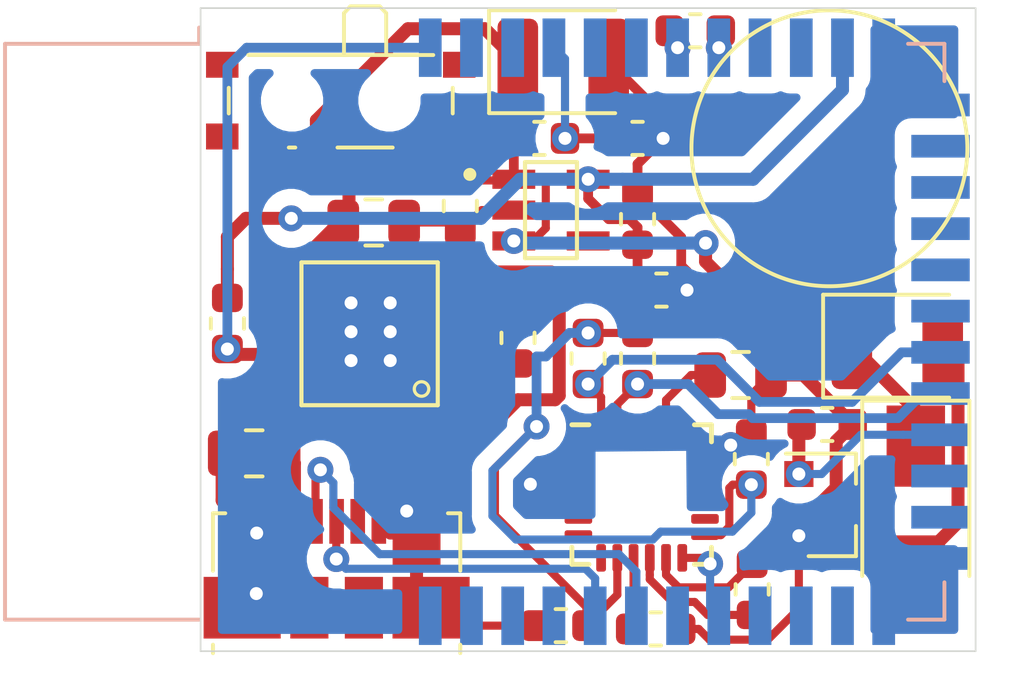
<source format=kicad_pcb>
(kicad_pcb (version 20171130) (host pcbnew "(5.1.2)-1")

  (general
    (thickness 1.6)
    (drawings 5)
    (tracks 263)
    (zones 0)
    (modules 28)
    (nets 49)
  )

  (page A4)
  (layers
    (0 F.Cu signal)
    (31 B.Cu signal)
    (32 B.Adhes user)
    (33 F.Adhes user)
    (34 B.Paste user)
    (35 F.Paste user)
    (36 B.SilkS user)
    (37 F.SilkS user)
    (38 B.Mask user)
    (39 F.Mask user)
    (40 Dwgs.User user)
    (41 Cmts.User user hide)
    (42 Eco1.User user)
    (43 Eco2.User user)
    (44 Edge.Cuts user)
    (45 Margin user)
    (46 B.CrtYd user hide)
    (47 F.CrtYd user hide)
    (48 B.Fab user hide)
    (49 F.Fab user hide)
  )

  (setup
    (last_trace_width 0.25)
    (user_trace_width 0.3)
    (user_trace_width 0.4)
    (user_trace_width 0.5)
    (user_trace_width 0.6)
    (trace_clearance 0.2)
    (zone_clearance 0.508)
    (zone_45_only no)
    (trace_min 0.2)
    (via_size 0.8)
    (via_drill 0.4)
    (via_min_size 0.4)
    (via_min_drill 0.3)
    (uvia_size 0.3)
    (uvia_drill 0.1)
    (uvias_allowed no)
    (uvia_min_size 0.2)
    (uvia_min_drill 0.1)
    (edge_width 0.05)
    (segment_width 0.2)
    (pcb_text_width 0.3)
    (pcb_text_size 1.5 1.5)
    (mod_edge_width 0.12)
    (mod_text_size 1 1)
    (mod_text_width 0.15)
    (pad_size 1.524 1.524)
    (pad_drill 0.762)
    (pad_to_mask_clearance 0.051)
    (solder_mask_min_width 0.25)
    (aux_axis_origin 0 0)
    (visible_elements 7FFFFF1F)
    (pcbplotparams
      (layerselection 0x010fc_ffffffff)
      (usegerberextensions false)
      (usegerberattributes false)
      (usegerberadvancedattributes false)
      (creategerberjobfile false)
      (excludeedgelayer true)
      (linewidth 0.100000)
      (plotframeref false)
      (viasonmask false)
      (mode 1)
      (useauxorigin false)
      (hpglpennumber 1)
      (hpglpenspeed 20)
      (hpglpendiameter 15.000000)
      (psnegative false)
      (psa4output false)
      (plotreference true)
      (plotvalue true)
      (plotinvisibletext false)
      (padsonsilk false)
      (subtractmaskfromsilk false)
      (outputformat 1)
      (mirror false)
      (drillshape 1)
      (scaleselection 1)
      (outputdirectory ""))
  )

  (net 0 "")
  (net 1 GND)
  (net 2 "Net-(C1-Pad1)")
  (net 3 +BATT)
  (net 4 +3V3)
  (net 5 "Net-(C7-Pad2)")
  (net 6 "Net-(C7-Pad1)")
  (net 7 "Net-(C8-Pad2)")
  (net 8 MCU_CHRG)
  (net 9 "Net-(IC1-Pad6)")
  (net 10 "Net-(IC1-Pad2)")
  (net 11 "Net-(IC1-Pad1)")
  (net 12 "Net-(J2-Pad1)")
  (net 13 MCU_SCL)
  (net 14 "Net-(R4-Pad1)")
  (net 15 MCU_SDA)
  (net 16 "Net-(U1-Pad36)")
  (net 17 "Net-(U1-Pad35)")
  (net 18 "Net-(U1-Pad34)")
  (net 19 "Net-(U1-Pad33)")
  (net 20 MCU_SWCLK)
  (net 21 MCU_SWDIO)
  (net 22 "Net-(U1-Pad30)")
  (net 23 "Net-(U1-Pad28)")
  (net 24 "Net-(U1-Pad27)")
  (net 25 "Net-(U1-Pad26)")
  (net 26 "Net-(U1-Pad23)")
  (net 27 "Net-(U1-Pad22)")
  (net 28 "Net-(U1-Pad18)")
  (net 29 "Net-(U1-Pad17)")
  (net 30 "Net-(U1-Pad16)")
  (net 31 "Net-(U1-Pad15)")
  (net 32 "Net-(U1-Pad14)")
  (net 33 "Net-(U1-Pad10)")
  (net 34 "Net-(U1-Pad9)")
  (net 35 "Net-(U1-Pad6)")
  (net 36 "Net-(U1-Pad5)")
  (net 37 "Net-(U1-Pad3)")
  (net 38 "Net-(U1-Pad2)")
  (net 39 "Net-(U2-Pad6)")
  (net 40 "Net-(U2-Pad7)")
  (net 41 MCU_MPU_INT)
  (net 42 "Net-(U3-Pad4)")
  (net 43 "Net-(J1-Pad4)")
  (net 44 "Net-(D1-Pad2)")
  (net 45 MCU_VIB_MTR)
  (net 46 "Net-(J4-Pad1)")
  (net 47 "Net-(J4-Pad2)")
  (net 48 MCU_BAT_ADC)

  (net_class Default "This is the default net class."
    (clearance 0.2)
    (trace_width 0.25)
    (via_dia 0.8)
    (via_drill 0.4)
    (uvia_dia 0.3)
    (uvia_drill 0.1)
    (add_net +3V3)
    (add_net +BATT)
    (add_net GND)
    (add_net MCU_BAT_ADC)
    (add_net MCU_CHRG)
    (add_net MCU_MPU_INT)
    (add_net MCU_SCL)
    (add_net MCU_SDA)
    (add_net MCU_SWCLK)
    (add_net MCU_SWDIO)
    (add_net MCU_VIB_MTR)
    (add_net "Net-(C1-Pad1)")
    (add_net "Net-(C7-Pad1)")
    (add_net "Net-(C7-Pad2)")
    (add_net "Net-(C8-Pad2)")
    (add_net "Net-(D1-Pad2)")
    (add_net "Net-(IC1-Pad1)")
    (add_net "Net-(IC1-Pad2)")
    (add_net "Net-(IC1-Pad6)")
    (add_net "Net-(J1-Pad4)")
    (add_net "Net-(J2-Pad1)")
    (add_net "Net-(J4-Pad1)")
    (add_net "Net-(J4-Pad2)")
    (add_net "Net-(R4-Pad1)")
    (add_net "Net-(U1-Pad10)")
    (add_net "Net-(U1-Pad14)")
    (add_net "Net-(U1-Pad15)")
    (add_net "Net-(U1-Pad16)")
    (add_net "Net-(U1-Pad17)")
    (add_net "Net-(U1-Pad18)")
    (add_net "Net-(U1-Pad2)")
    (add_net "Net-(U1-Pad22)")
    (add_net "Net-(U1-Pad23)")
    (add_net "Net-(U1-Pad26)")
    (add_net "Net-(U1-Pad27)")
    (add_net "Net-(U1-Pad28)")
    (add_net "Net-(U1-Pad3)")
    (add_net "Net-(U1-Pad30)")
    (add_net "Net-(U1-Pad33)")
    (add_net "Net-(U1-Pad34)")
    (add_net "Net-(U1-Pad35)")
    (add_net "Net-(U1-Pad36)")
    (add_net "Net-(U1-Pad5)")
    (add_net "Net-(U1-Pad6)")
    (add_net "Net-(U1-Pad9)")
    (add_net "Net-(U2-Pad6)")
    (add_net "Net-(U2-Pad7)")
    (add_net "Net-(U3-Pad4)")
  )

  (module Capacitor_SMD:C_0805_2012Metric (layer F.Cu) (tedit 5B36C52B) (tstamp 5D2A2349)
    (at 99.695 76.454 180)
    (descr "Capacitor SMD 0805 (2012 Metric), square (rectangular) end terminal, IPC_7351 nominal, (Body size source: https://docs.google.com/spreadsheets/d/1BsfQQcO9C6DZCsRaXUlFlo91Tg2WpOkGARC1WS5S8t0/edit?usp=sharing), generated with kicad-footprint-generator")
    (tags capacitor)
    (path /5D2B1AB7)
    (attr smd)
    (fp_text reference C1 (at 0 -1.65) (layer F.SilkS) hide
      (effects (font (size 1 1) (thickness 0.15)))
    )
    (fp_text value 10uF (at 0 1.65) (layer F.Fab)
      (effects (font (size 1 1) (thickness 0.15)))
    )
    (fp_text user %R (at 0 0) (layer F.Fab)
      (effects (font (size 0.5 0.5) (thickness 0.08)))
    )
    (fp_line (start 1.68 0.95) (end -1.68 0.95) (layer F.CrtYd) (width 0.05))
    (fp_line (start 1.68 -0.95) (end 1.68 0.95) (layer F.CrtYd) (width 0.05))
    (fp_line (start -1.68 -0.95) (end 1.68 -0.95) (layer F.CrtYd) (width 0.05))
    (fp_line (start -1.68 0.95) (end -1.68 -0.95) (layer F.CrtYd) (width 0.05))
    (fp_line (start -0.258578 0.71) (end 0.258578 0.71) (layer F.SilkS) (width 0.12))
    (fp_line (start -0.258578 -0.71) (end 0.258578 -0.71) (layer F.SilkS) (width 0.12))
    (fp_line (start 1 0.6) (end -1 0.6) (layer F.Fab) (width 0.1))
    (fp_line (start 1 -0.6) (end 1 0.6) (layer F.Fab) (width 0.1))
    (fp_line (start -1 -0.6) (end 1 -0.6) (layer F.Fab) (width 0.1))
    (fp_line (start -1 0.6) (end -1 -0.6) (layer F.Fab) (width 0.1))
    (pad 2 smd roundrect (at 0.9375 0 180) (size 0.975 1.4) (layers F.Cu F.Paste F.Mask) (roundrect_rratio 0.25)
      (net 1 GND))
    (pad 1 smd roundrect (at -0.9375 0 180) (size 0.975 1.4) (layers F.Cu F.Paste F.Mask) (roundrect_rratio 0.25)
      (net 2 "Net-(C1-Pad1)"))
    (model ${KISYS3DMOD}/Capacitor_SMD.3dshapes/C_0805_2012Metric.wrl
      (at (xyz 0 0 0))
      (scale (xyz 1 1 1))
      (rotate (xyz 0 0 0))
    )
  )

  (module Capacitor_SMD:C_0805_2012Metric (layer F.Cu) (tedit 5B36C52B) (tstamp 5D2A235A)
    (at 103.378 69.342)
    (descr "Capacitor SMD 0805 (2012 Metric), square (rectangular) end terminal, IPC_7351 nominal, (Body size source: https://docs.google.com/spreadsheets/d/1BsfQQcO9C6DZCsRaXUlFlo91Tg2WpOkGARC1WS5S8t0/edit?usp=sharing), generated with kicad-footprint-generator")
    (tags capacitor)
    (path /5D2B3B9E)
    (attr smd)
    (fp_text reference C2 (at -2.5654 -0.0508) (layer F.SilkS) hide
      (effects (font (size 1 1) (thickness 0.15)))
    )
    (fp_text value 10uF (at 0 1.65) (layer F.Fab)
      (effects (font (size 1 1) (thickness 0.15)))
    )
    (fp_line (start -1 0.6) (end -1 -0.6) (layer F.Fab) (width 0.1))
    (fp_line (start -1 -0.6) (end 1 -0.6) (layer F.Fab) (width 0.1))
    (fp_line (start 1 -0.6) (end 1 0.6) (layer F.Fab) (width 0.1))
    (fp_line (start 1 0.6) (end -1 0.6) (layer F.Fab) (width 0.1))
    (fp_line (start -0.258578 -0.71) (end 0.258578 -0.71) (layer F.SilkS) (width 0.12))
    (fp_line (start -0.258578 0.71) (end 0.258578 0.71) (layer F.SilkS) (width 0.12))
    (fp_line (start -1.68 0.95) (end -1.68 -0.95) (layer F.CrtYd) (width 0.05))
    (fp_line (start -1.68 -0.95) (end 1.68 -0.95) (layer F.CrtYd) (width 0.05))
    (fp_line (start 1.68 -0.95) (end 1.68 0.95) (layer F.CrtYd) (width 0.05))
    (fp_line (start 1.68 0.95) (end -1.68 0.95) (layer F.CrtYd) (width 0.05))
    (fp_text user %R (at 0 0) (layer F.Fab)
      (effects (font (size 0.5 0.5) (thickness 0.08)))
    )
    (pad 1 smd roundrect (at -0.9375 0) (size 0.975 1.4) (layers F.Cu F.Paste F.Mask) (roundrect_rratio 0.25)
      (net 3 +BATT))
    (pad 2 smd roundrect (at 0.9375 0) (size 0.975 1.4) (layers F.Cu F.Paste F.Mask) (roundrect_rratio 0.25)
      (net 1 GND))
    (model ${KISYS3DMOD}/Capacitor_SMD.3dshapes/C_0805_2012Metric.wrl
      (at (xyz 0 0 0))
      (scale (xyz 1 1 1))
      (rotate (xyz 0 0 0))
    )
  )

  (module Capacitor_SMD:C_0603_1608Metric (layer F.Cu) (tedit 5B301BBE) (tstamp 5D2A236B)
    (at 106.045 68.834 270)
    (descr "Capacitor SMD 0603 (1608 Metric), square (rectangular) end terminal, IPC_7351 nominal, (Body size source: http://www.tortai-tech.com/upload/download/2011102023233369053.pdf), generated with kicad-footprint-generator")
    (tags capacitor)
    (path /5D2A534B)
    (attr smd)
    (fp_text reference C3 (at 1.9304 -1.3462) (layer F.SilkS) hide
      (effects (font (size 0.6 0.6) (thickness 0.15)))
    )
    (fp_text value 4.7uF (at 0 1.43 90) (layer F.Fab)
      (effects (font (size 1 1) (thickness 0.15)))
    )
    (fp_line (start -0.8 0.4) (end -0.8 -0.4) (layer F.Fab) (width 0.1))
    (fp_line (start -0.8 -0.4) (end 0.8 -0.4) (layer F.Fab) (width 0.1))
    (fp_line (start 0.8 -0.4) (end 0.8 0.4) (layer F.Fab) (width 0.1))
    (fp_line (start 0.8 0.4) (end -0.8 0.4) (layer F.Fab) (width 0.1))
    (fp_line (start -0.162779 -0.51) (end 0.162779 -0.51) (layer F.SilkS) (width 0.12))
    (fp_line (start -0.162779 0.51) (end 0.162779 0.51) (layer F.SilkS) (width 0.12))
    (fp_line (start -1.48 0.73) (end -1.48 -0.73) (layer F.CrtYd) (width 0.05))
    (fp_line (start -1.48 -0.73) (end 1.48 -0.73) (layer F.CrtYd) (width 0.05))
    (fp_line (start 1.48 -0.73) (end 1.48 0.73) (layer F.CrtYd) (width 0.05))
    (fp_line (start 1.48 0.73) (end -1.48 0.73) (layer F.CrtYd) (width 0.05))
    (fp_text user %R (at 0 0 90) (layer F.Fab)
      (effects (font (size 0.4 0.4) (thickness 0.06)))
    )
    (pad 1 smd roundrect (at -0.7875 0 270) (size 0.875 0.95) (layers F.Cu F.Paste F.Mask) (roundrect_rratio 0.25)
      (net 3 +BATT))
    (pad 2 smd roundrect (at 0.7875 0 270) (size 0.875 0.95) (layers F.Cu F.Paste F.Mask) (roundrect_rratio 0.25)
      (net 1 GND))
    (model ${KISYS3DMOD}/Capacitor_SMD.3dshapes/C_0603_1608Metric.wrl
      (at (xyz 0 0 0))
      (scale (xyz 1 1 1))
      (rotate (xyz 0 0 0))
    )
  )

  (module Capacitor_SMD:C_0603_1608Metric (layer F.Cu) (tedit 5B301BBE) (tstamp 5D2A237C)
    (at 109.1438 81.7626 180)
    (descr "Capacitor SMD 0603 (1608 Metric), square (rectangular) end terminal, IPC_7351 nominal, (Body size source: http://www.tortai-tech.com/upload/download/2011102023233369053.pdf), generated with kicad-footprint-generator")
    (tags capacitor)
    (path /5D310A7D)
    (attr smd)
    (fp_text reference C4 (at 0 -1.43) (layer F.SilkS) hide
      (effects (font (size 1 1) (thickness 0.15)))
    )
    (fp_text value 0.1uF (at 0 1.43) (layer F.Fab)
      (effects (font (size 1 1) (thickness 0.15)))
    )
    (fp_line (start -0.8 0.4) (end -0.8 -0.4) (layer F.Fab) (width 0.1))
    (fp_line (start -0.8 -0.4) (end 0.8 -0.4) (layer F.Fab) (width 0.1))
    (fp_line (start 0.8 -0.4) (end 0.8 0.4) (layer F.Fab) (width 0.1))
    (fp_line (start 0.8 0.4) (end -0.8 0.4) (layer F.Fab) (width 0.1))
    (fp_line (start -0.162779 -0.51) (end 0.162779 -0.51) (layer F.SilkS) (width 0.12))
    (fp_line (start -0.162779 0.51) (end 0.162779 0.51) (layer F.SilkS) (width 0.12))
    (fp_line (start -1.48 0.73) (end -1.48 -0.73) (layer F.CrtYd) (width 0.05))
    (fp_line (start -1.48 -0.73) (end 1.48 -0.73) (layer F.CrtYd) (width 0.05))
    (fp_line (start 1.48 -0.73) (end 1.48 0.73) (layer F.CrtYd) (width 0.05))
    (fp_line (start 1.48 0.73) (end -1.48 0.73) (layer F.CrtYd) (width 0.05))
    (fp_text user %R (at 0 0) (layer F.Fab)
      (effects (font (size 0.4 0.4) (thickness 0.06)))
    )
    (pad 1 smd roundrect (at -0.7875 0 180) (size 0.875 0.95) (layers F.Cu F.Paste F.Mask) (roundrect_rratio 0.25)
      (net 4 +3V3))
    (pad 2 smd roundrect (at 0.7875 0 180) (size 0.875 0.95) (layers F.Cu F.Paste F.Mask) (roundrect_rratio 0.25)
      (net 1 GND))
    (model ${KISYS3DMOD}/Capacitor_SMD.3dshapes/C_0603_1608Metric.wrl
      (at (xyz 0 0 0))
      (scale (xyz 1 1 1))
      (rotate (xyz 0 0 0))
    )
  )

  (module Capacitor_SMD:C_0603_1608Metric (layer F.Cu) (tedit 5B301BBE) (tstamp 5D2A238D)
    (at 115.0112 76.6318 270)
    (descr "Capacitor SMD 0603 (1608 Metric), square (rectangular) end terminal, IPC_7351 nominal, (Body size source: http://www.tortai-tech.com/upload/download/2011102023233369053.pdf), generated with kicad-footprint-generator")
    (tags capacitor)
    (path /5D2EA2EF)
    (attr smd)
    (fp_text reference C5 (at 0 -1.43 90) (layer F.SilkS) hide
      (effects (font (size 1 1) (thickness 0.15)))
    )
    (fp_text value 0.1uF (at 0 1.43 90) (layer F.Fab)
      (effects (font (size 1 1) (thickness 0.15)))
    )
    (fp_line (start -0.8 0.4) (end -0.8 -0.4) (layer F.Fab) (width 0.1))
    (fp_line (start -0.8 -0.4) (end 0.8 -0.4) (layer F.Fab) (width 0.1))
    (fp_line (start 0.8 -0.4) (end 0.8 0.4) (layer F.Fab) (width 0.1))
    (fp_line (start 0.8 0.4) (end -0.8 0.4) (layer F.Fab) (width 0.1))
    (fp_line (start -0.162779 -0.51) (end 0.162779 -0.51) (layer F.SilkS) (width 0.12))
    (fp_line (start -0.162779 0.51) (end 0.162779 0.51) (layer F.SilkS) (width 0.12))
    (fp_line (start -1.48 0.73) (end -1.48 -0.73) (layer F.CrtYd) (width 0.05))
    (fp_line (start -1.48 -0.73) (end 1.48 -0.73) (layer F.CrtYd) (width 0.05))
    (fp_line (start 1.48 -0.73) (end 1.48 0.73) (layer F.CrtYd) (width 0.05))
    (fp_line (start 1.48 0.73) (end -1.48 0.73) (layer F.CrtYd) (width 0.05))
    (fp_text user %R (at 0 0 90) (layer F.Fab)
      (effects (font (size 0.4 0.4) (thickness 0.06)))
    )
    (pad 1 smd roundrect (at -0.7875 0 270) (size 0.875 0.95) (layers F.Cu F.Paste F.Mask) (roundrect_rratio 0.25)
      (net 1 GND))
    (pad 2 smd roundrect (at 0.7875 0 270) (size 0.875 0.95) (layers F.Cu F.Paste F.Mask) (roundrect_rratio 0.25)
      (net 4 +3V3))
    (model ${KISYS3DMOD}/Capacitor_SMD.3dshapes/C_0603_1608Metric.wrl
      (at (xyz 0 0 0))
      (scale (xyz 1 1 1))
      (rotate (xyz 0 0 0))
    )
  )

  (module Capacitor_SMD:C_0603_1608Metric (layer F.Cu) (tedit 5B301BBE) (tstamp 5D2A239E)
    (at 111.506 69.2404 90)
    (descr "Capacitor SMD 0603 (1608 Metric), square (rectangular) end terminal, IPC_7351 nominal, (Body size source: http://www.tortai-tech.com/upload/download/2011102023233369053.pdf), generated with kicad-footprint-generator")
    (tags capacitor)
    (path /5D2A1FBC)
    (attr smd)
    (fp_text reference C6 (at 0 -1.43 90) (layer F.SilkS) hide
      (effects (font (size 1 1) (thickness 0.15)))
    )
    (fp_text value 10uF (at 0 1.43 90) (layer F.Fab)
      (effects (font (size 1 1) (thickness 0.15)))
    )
    (fp_text user %R (at 0 0 90) (layer F.Fab)
      (effects (font (size 0.4 0.4) (thickness 0.06)))
    )
    (fp_line (start 1.48 0.73) (end -1.48 0.73) (layer F.CrtYd) (width 0.05))
    (fp_line (start 1.48 -0.73) (end 1.48 0.73) (layer F.CrtYd) (width 0.05))
    (fp_line (start -1.48 -0.73) (end 1.48 -0.73) (layer F.CrtYd) (width 0.05))
    (fp_line (start -1.48 0.73) (end -1.48 -0.73) (layer F.CrtYd) (width 0.05))
    (fp_line (start -0.162779 0.51) (end 0.162779 0.51) (layer F.SilkS) (width 0.12))
    (fp_line (start -0.162779 -0.51) (end 0.162779 -0.51) (layer F.SilkS) (width 0.12))
    (fp_line (start 0.8 0.4) (end -0.8 0.4) (layer F.Fab) (width 0.1))
    (fp_line (start 0.8 -0.4) (end 0.8 0.4) (layer F.Fab) (width 0.1))
    (fp_line (start -0.8 -0.4) (end 0.8 -0.4) (layer F.Fab) (width 0.1))
    (fp_line (start -0.8 0.4) (end -0.8 -0.4) (layer F.Fab) (width 0.1))
    (pad 2 smd roundrect (at 0.7875 0 90) (size 0.875 0.95) (layers F.Cu F.Paste F.Mask) (roundrect_rratio 0.25)
      (net 1 GND))
    (pad 1 smd roundrect (at -0.7875 0 90) (size 0.875 0.95) (layers F.Cu F.Paste F.Mask) (roundrect_rratio 0.25)
      (net 4 +3V3))
    (model ${KISYS3DMOD}/Capacitor_SMD.3dshapes/C_0603_1608Metric.wrl
      (at (xyz 0 0 0))
      (scale (xyz 1 1 1))
      (rotate (xyz 0 0 0))
    )
  )

  (module Capacitor_SMD:C_0603_1608Metric (layer F.Cu) (tedit 5B301BBE) (tstamp 5D2A23AF)
    (at 115.0366 80.645 270)
    (descr "Capacitor SMD 0603 (1608 Metric), square (rectangular) end terminal, IPC_7351 nominal, (Body size source: http://www.tortai-tech.com/upload/download/2011102023233369053.pdf), generated with kicad-footprint-generator")
    (tags capacitor)
    (path /5D2F57AE)
    (attr smd)
    (fp_text reference C7 (at 0 -1.43 90) (layer F.SilkS) hide
      (effects (font (size 1 1) (thickness 0.15)))
    )
    (fp_text value 0.1uF (at 0 1.43 90) (layer F.Fab)
      (effects (font (size 1 1) (thickness 0.15)))
    )
    (fp_text user %R (at 0 0 90) (layer F.Fab)
      (effects (font (size 0.4 0.4) (thickness 0.06)))
    )
    (fp_line (start 1.48 0.73) (end -1.48 0.73) (layer F.CrtYd) (width 0.05))
    (fp_line (start 1.48 -0.73) (end 1.48 0.73) (layer F.CrtYd) (width 0.05))
    (fp_line (start -1.48 -0.73) (end 1.48 -0.73) (layer F.CrtYd) (width 0.05))
    (fp_line (start -1.48 0.73) (end -1.48 -0.73) (layer F.CrtYd) (width 0.05))
    (fp_line (start -0.162779 0.51) (end 0.162779 0.51) (layer F.SilkS) (width 0.12))
    (fp_line (start -0.162779 -0.51) (end 0.162779 -0.51) (layer F.SilkS) (width 0.12))
    (fp_line (start 0.8 0.4) (end -0.8 0.4) (layer F.Fab) (width 0.1))
    (fp_line (start 0.8 -0.4) (end 0.8 0.4) (layer F.Fab) (width 0.1))
    (fp_line (start -0.8 -0.4) (end 0.8 -0.4) (layer F.Fab) (width 0.1))
    (fp_line (start -0.8 0.4) (end -0.8 -0.4) (layer F.Fab) (width 0.1))
    (pad 2 smd roundrect (at 0.7875 0 270) (size 0.875 0.95) (layers F.Cu F.Paste F.Mask) (roundrect_rratio 0.25)
      (net 5 "Net-(C7-Pad2)"))
    (pad 1 smd roundrect (at -0.7875 0 270) (size 0.875 0.95) (layers F.Cu F.Paste F.Mask) (roundrect_rratio 0.25)
      (net 6 "Net-(C7-Pad1)"))
    (model ${KISYS3DMOD}/Capacitor_SMD.3dshapes/C_0603_1608Metric.wrl
      (at (xyz 0 0 0))
      (scale (xyz 1 1 1))
      (rotate (xyz 0 0 0))
    )
  )

  (module Capacitor_SMD:C_0805_2012Metric (layer F.Cu) (tedit 5B36C52B) (tstamp 5D2A23C0)
    (at 114.681 74.041 180)
    (descr "Capacitor SMD 0805 (2012 Metric), square (rectangular) end terminal, IPC_7351 nominal, (Body size source: https://docs.google.com/spreadsheets/d/1BsfQQcO9C6DZCsRaXUlFlo91Tg2WpOkGARC1WS5S8t0/edit?usp=sharing), generated with kicad-footprint-generator")
    (tags capacitor)
    (path /5D2F14EA)
    (attr smd)
    (fp_text reference C8 (at 0 -1.65) (layer F.SilkS) hide
      (effects (font (size 1 1) (thickness 0.15)))
    )
    (fp_text value 2.2uF (at 0 1.65) (layer F.Fab)
      (effects (font (size 1 1) (thickness 0.15)))
    )
    (fp_line (start -1 0.6) (end -1 -0.6) (layer F.Fab) (width 0.1))
    (fp_line (start -1 -0.6) (end 1 -0.6) (layer F.Fab) (width 0.1))
    (fp_line (start 1 -0.6) (end 1 0.6) (layer F.Fab) (width 0.1))
    (fp_line (start 1 0.6) (end -1 0.6) (layer F.Fab) (width 0.1))
    (fp_line (start -0.258578 -0.71) (end 0.258578 -0.71) (layer F.SilkS) (width 0.12))
    (fp_line (start -0.258578 0.71) (end 0.258578 0.71) (layer F.SilkS) (width 0.12))
    (fp_line (start -1.68 0.95) (end -1.68 -0.95) (layer F.CrtYd) (width 0.05))
    (fp_line (start -1.68 -0.95) (end 1.68 -0.95) (layer F.CrtYd) (width 0.05))
    (fp_line (start 1.68 -0.95) (end 1.68 0.95) (layer F.CrtYd) (width 0.05))
    (fp_line (start 1.68 0.95) (end -1.68 0.95) (layer F.CrtYd) (width 0.05))
    (fp_text user %R (at 0 0) (layer F.Fab)
      (effects (font (size 0.5 0.5) (thickness 0.08)))
    )
    (pad 1 smd roundrect (at -0.9375 0 180) (size 0.975 1.4) (layers F.Cu F.Paste F.Mask) (roundrect_rratio 0.25)
      (net 1 GND))
    (pad 2 smd roundrect (at 0.9375 0 180) (size 0.975 1.4) (layers F.Cu F.Paste F.Mask) (roundrect_rratio 0.25)
      (net 7 "Net-(C8-Pad2)"))
    (model ${KISYS3DMOD}/Capacitor_SMD.3dshapes/C_0805_2012Metric.wrl
      (at (xyz 0 0 0))
      (scale (xyz 1 1 1))
      (rotate (xyz 0 0 0))
    )
  )

  (module Capacitor_SMD:C_0603_1608Metric (layer F.Cu) (tedit 5B301BBE) (tstamp 5D2A23D1)
    (at 112.2426 71.4248)
    (descr "Capacitor SMD 0603 (1608 Metric), square (rectangular) end terminal, IPC_7351 nominal, (Body size source: http://www.tortai-tech.com/upload/download/2011102023233369053.pdf), generated with kicad-footprint-generator")
    (tags capacitor)
    (path /5D2A293E)
    (attr smd)
    (fp_text reference C9 (at 0 -1.43) (layer F.SilkS) hide
      (effects (font (size 1 1) (thickness 0.15)))
    )
    (fp_text value 0.1uF (at 0 1.43) (layer F.Fab)
      (effects (font (size 1 1) (thickness 0.15)))
    )
    (fp_text user %R (at 0 0) (layer F.Fab)
      (effects (font (size 0.4 0.4) (thickness 0.06)))
    )
    (fp_line (start 1.48 0.73) (end -1.48 0.73) (layer F.CrtYd) (width 0.05))
    (fp_line (start 1.48 -0.73) (end 1.48 0.73) (layer F.CrtYd) (width 0.05))
    (fp_line (start -1.48 -0.73) (end 1.48 -0.73) (layer F.CrtYd) (width 0.05))
    (fp_line (start -1.48 0.73) (end -1.48 -0.73) (layer F.CrtYd) (width 0.05))
    (fp_line (start -0.162779 0.51) (end 0.162779 0.51) (layer F.SilkS) (width 0.12))
    (fp_line (start -0.162779 -0.51) (end 0.162779 -0.51) (layer F.SilkS) (width 0.12))
    (fp_line (start 0.8 0.4) (end -0.8 0.4) (layer F.Fab) (width 0.1))
    (fp_line (start 0.8 -0.4) (end 0.8 0.4) (layer F.Fab) (width 0.1))
    (fp_line (start -0.8 -0.4) (end 0.8 -0.4) (layer F.Fab) (width 0.1))
    (fp_line (start -0.8 0.4) (end -0.8 -0.4) (layer F.Fab) (width 0.1))
    (pad 2 smd roundrect (at 0.7875 0) (size 0.875 0.95) (layers F.Cu F.Paste F.Mask) (roundrect_rratio 0.25)
      (net 1 GND))
    (pad 1 smd roundrect (at -0.7875 0) (size 0.875 0.95) (layers F.Cu F.Paste F.Mask) (roundrect_rratio 0.25)
      (net 4 +3V3))
    (model ${KISYS3DMOD}/Capacitor_SMD.3dshapes/C_0603_1608Metric.wrl
      (at (xyz 0 0 0))
      (scale (xyz 1 1 1))
      (rotate (xyz 0 0 0))
    )
  )

  (module TP4056:SOP-8 (layer F.Cu) (tedit 0) (tstamp 5D2A23E3)
    (at 103.251 72.771 180)
    (path /5D2B2D69)
    (attr smd)
    (fp_text reference IC1 (at -1.27035 -3.1759) (layer F.SilkS) hide
      (effects (font (size 1.00028 1.00028) (thickness 0.05)))
    )
    (fp_text value TP4056 (at 17.907 12.954) (layer F.SilkS) hide
      (effects (font (size 1 0.9) (thickness 0.05)))
    )
    (fp_poly (pts (xy -1.20026 -1.7) (xy 1.2 -1.7) (xy 1.2 1.70037) (xy -1.20026 1.70037)) (layer F.Cu) (width 0))
    (fp_line (start -2.1 -2.2) (end -2.1 2.2) (layer F.SilkS) (width 0.127))
    (fp_line (start -2.1 2.2) (end 2.1 2.2) (layer F.SilkS) (width 0.127))
    (fp_line (start 2.1 2.2) (end 2.1 -2.2) (layer F.SilkS) (width 0.127))
    (fp_line (start 2.1 -2.2) (end -2.1 -2.2) (layer F.SilkS) (width 0.127))
    (fp_circle (center -1.6 -1.7) (end -1.37639 -1.7) (layer F.SilkS) (width 0.1))
    (pad 7 smd rect (at 2.75 -0.635 180) (size 1.3 0.7) (layers F.Cu F.Paste F.Mask)
      (net 8 MCU_CHRG))
    (pad 8 smd rect (at 2.75 -1.905 180) (size 1.3 0.7) (layers F.Cu F.Paste F.Mask)
      (net 2 "Net-(C1-Pad1)"))
    (pad 6 smd rect (at 2.75 0.635 180) (size 1.3 0.7) (layers F.Cu F.Paste F.Mask)
      (net 9 "Net-(IC1-Pad6)"))
    (pad 5 smd rect (at 2.75 1.905 180) (size 1.3 0.7) (layers F.Cu F.Paste F.Mask)
      (net 3 +BATT))
    (pad 2 smd rect (at -2.75 -0.635 180) (size 1.3 0.7) (layers F.Cu F.Paste F.Mask)
      (net 10 "Net-(IC1-Pad2)"))
    (pad 1 smd rect (at -2.75 -1.905 180) (size 1.3 0.7) (layers F.Cu F.Paste F.Mask)
      (net 11 "Net-(IC1-Pad1)"))
    (pad 3 smd rect (at -2.75 0.635 180) (size 1.3 0.7) (layers F.Cu F.Paste F.Mask)
      (net 1 GND))
    (pad 4 smd rect (at -2.75 1.905 180) (size 1.3 0.7) (layers F.Cu F.Paste F.Mask)
      (net 2 "Net-(C1-Pad1)"))
    (model ${KISYS3DMOD}/Package_SO.3dshapes/MSOP-8_3x3mm_P0.65mm.step
      (at (xyz 0 0 0))
      (scale (xyz 1 1 1))
      (rotate (xyz 0 0 0))
    )
    (model ${KISYS3DMOD}/Package_SO.3dshapes/PowerIntegrations_SO-8.step
      (at (xyz 0 0 0))
      (scale (xyz 1 1 1))
      (rotate (xyz 0 0 0))
    )
    (model ${KIPRJMOD}/Lib/3D/battery_16x16.wrl
      (offset (xyz -10 -11 1.5))
      (scale (xyz 1 1 1))
      (rotate (xyz 0 0 0))
    )
  )

  (module Diode_SMD:D_1210_3225Metric (layer F.Cu) (tedit 5B301BBE) (tstamp 5D2A23F6)
    (at 109.217 64.389)
    (descr "Diode SMD 1210 (3225 Metric), square (rectangular) end terminal, IPC_7351 nominal, (Body size source: http://www.tortai-tech.com/upload/download/2011102023233369053.pdf), generated with kicad-footprint-generator")
    (tags diode)
    (path /5D2B51A2)
    (attr smd)
    (fp_text reference J2 (at 0 -2.28) (layer F.SilkS) hide
      (effects (font (size 1 1) (thickness 0.15)))
    )
    (fp_text value BAT (at 0 2.28) (layer F.Fab)
      (effects (font (size 1 1) (thickness 0.15)))
    )
    (fp_line (start 1.6 -1.25) (end -0.975 -1.25) (layer F.Fab) (width 0.1))
    (fp_line (start -0.975 -1.25) (end -1.6 -0.625) (layer F.Fab) (width 0.1))
    (fp_line (start -1.6 -0.625) (end -1.6 1.25) (layer F.Fab) (width 0.1))
    (fp_line (start -1.6 1.25) (end 1.6 1.25) (layer F.Fab) (width 0.1))
    (fp_line (start 1.6 1.25) (end 1.6 -1.25) (layer F.Fab) (width 0.1))
    (fp_line (start 1.6 -1.585) (end -2.285 -1.585) (layer F.SilkS) (width 0.12))
    (fp_line (start -2.285 -1.585) (end -2.285 1.585) (layer F.SilkS) (width 0.12))
    (fp_line (start -2.285 1.585) (end 1.6 1.585) (layer F.SilkS) (width 0.12))
    (fp_line (start -2.28 1.58) (end -2.28 -1.58) (layer F.CrtYd) (width 0.05))
    (fp_line (start -2.28 -1.58) (end 2.28 -1.58) (layer F.CrtYd) (width 0.05))
    (fp_line (start 2.28 -1.58) (end 2.28 1.58) (layer F.CrtYd) (width 0.05))
    (fp_line (start 2.28 1.58) (end -2.28 1.58) (layer F.CrtYd) (width 0.05))
    (fp_text user %R (at 0 0) (layer F.Fab)
      (effects (font (size 0.8 0.8) (thickness 0.12)))
    )
    (pad 1 smd roundrect (at -1.4 0) (size 1.25 2.65) (layers F.Cu F.Paste F.Mask) (roundrect_rratio 0.2)
      (net 12 "Net-(J2-Pad1)"))
    (pad 2 smd roundrect (at 1.4 0) (size 1.25 2.65) (layers F.Cu F.Paste F.Mask) (roundrect_rratio 0.2)
      (net 1 GND))
    (model ${KISYS3DMOD}/Diode_SMD.3dshapes/D_1210_3225Metric.wrl
      (at (xyz 0 0 0))
      (scale (xyz 1 1 1))
      (rotate (xyz 0 0 0))
    )
  )

  (module Diode_SMD:D_1210_3225Metric (layer F.Cu) (tedit 5B301BBE) (tstamp 5D2A2409)
    (at 119.507 73.152)
    (descr "Diode SMD 1210 (3225 Metric), square (rectangular) end terminal, IPC_7351 nominal, (Body size source: http://www.tortai-tech.com/upload/download/2011102023233369053.pdf), generated with kicad-footprint-generator")
    (tags diode)
    (path /5D31DBB7)
    (attr smd)
    (fp_text reference J3 (at 0 -2.28) (layer F.SilkS) hide
      (effects (font (size 1 1) (thickness 0.15)))
    )
    (fp_text value VIB_MTR (at 0 2.28) (layer F.Fab)
      (effects (font (size 1 1) (thickness 0.15)))
    )
    (fp_text user %R (at 0 0) (layer F.Fab)
      (effects (font (size 0.8 0.8) (thickness 0.12)))
    )
    (fp_line (start 2.28 1.58) (end -2.28 1.58) (layer F.CrtYd) (width 0.05))
    (fp_line (start 2.28 -1.58) (end 2.28 1.58) (layer F.CrtYd) (width 0.05))
    (fp_line (start -2.28 -1.58) (end 2.28 -1.58) (layer F.CrtYd) (width 0.05))
    (fp_line (start -2.28 1.58) (end -2.28 -1.58) (layer F.CrtYd) (width 0.05))
    (fp_line (start -2.285 1.585) (end 1.6 1.585) (layer F.SilkS) (width 0.12))
    (fp_line (start -2.285 -1.585) (end -2.285 1.585) (layer F.SilkS) (width 0.12))
    (fp_line (start 1.6 -1.585) (end -2.285 -1.585) (layer F.SilkS) (width 0.12))
    (fp_line (start 1.6 1.25) (end 1.6 -1.25) (layer F.Fab) (width 0.1))
    (fp_line (start -1.6 1.25) (end 1.6 1.25) (layer F.Fab) (width 0.1))
    (fp_line (start -1.6 -0.625) (end -1.6 1.25) (layer F.Fab) (width 0.1))
    (fp_line (start -0.975 -1.25) (end -1.6 -0.625) (layer F.Fab) (width 0.1))
    (fp_line (start 1.6 -1.25) (end -0.975 -1.25) (layer F.Fab) (width 0.1))
    (pad 2 smd roundrect (at 1.4 0) (size 1.25 2.65) (layers F.Cu F.Paste F.Mask) (roundrect_rratio 0.2)
      (net 44 "Net-(D1-Pad2)"))
    (pad 1 smd roundrect (at -1.4 0) (size 1.25 2.65) (layers F.Cu F.Paste F.Mask) (roundrect_rratio 0.2)
      (net 3 +BATT))
    (model ${KIPRJMOD}/Lib/3D/vib_motor.wrl
      (offset (xyz -2 6 0))
      (scale (xyz 1 1 1))
      (rotate (xyz 0 0 0))
    )
  )

  (module Resistor_SMD:R_0603_1608Metric (layer F.Cu) (tedit 5B301BBD) (tstamp 5D2A242F)
    (at 98.8695 72.4535 90)
    (descr "Resistor SMD 0603 (1608 Metric), square (rectangular) end terminal, IPC_7351 nominal, (Body size source: http://www.tortai-tech.com/upload/download/2011102023233369053.pdf), generated with kicad-footprint-generator")
    (tags resistor)
    (path /5D2D35D9)
    (attr smd)
    (fp_text reference R1 (at 0 -1.43 90) (layer F.SilkS) hide
      (effects (font (size 1 1) (thickness 0.15)))
    )
    (fp_text value 10K (at 0 1.43 90) (layer F.Fab)
      (effects (font (size 1 1) (thickness 0.15)))
    )
    (fp_text user %R (at 0 0 90) (layer F.Fab)
      (effects (font (size 0.4 0.4) (thickness 0.06)))
    )
    (fp_line (start 1.48 0.73) (end -1.48 0.73) (layer F.CrtYd) (width 0.05))
    (fp_line (start 1.48 -0.73) (end 1.48 0.73) (layer F.CrtYd) (width 0.05))
    (fp_line (start -1.48 -0.73) (end 1.48 -0.73) (layer F.CrtYd) (width 0.05))
    (fp_line (start -1.48 0.73) (end -1.48 -0.73) (layer F.CrtYd) (width 0.05))
    (fp_line (start -0.162779 0.51) (end 0.162779 0.51) (layer F.SilkS) (width 0.12))
    (fp_line (start -0.162779 -0.51) (end 0.162779 -0.51) (layer F.SilkS) (width 0.12))
    (fp_line (start 0.8 0.4) (end -0.8 0.4) (layer F.Fab) (width 0.1))
    (fp_line (start 0.8 -0.4) (end 0.8 0.4) (layer F.Fab) (width 0.1))
    (fp_line (start -0.8 -0.4) (end 0.8 -0.4) (layer F.Fab) (width 0.1))
    (fp_line (start -0.8 0.4) (end -0.8 -0.4) (layer F.Fab) (width 0.1))
    (pad 2 smd roundrect (at 0.7875 0 90) (size 0.875 0.95) (layers F.Cu F.Paste F.Mask) (roundrect_rratio 0.25)
      (net 4 +3V3))
    (pad 1 smd roundrect (at -0.7875 0 90) (size 0.875 0.95) (layers F.Cu F.Paste F.Mask) (roundrect_rratio 0.25)
      (net 8 MCU_CHRG))
    (model ${KISYS3DMOD}/Resistor_SMD.3dshapes/R_0603_1608Metric.wrl
      (at (xyz 0 0 0))
      (scale (xyz 1 1 1))
      (rotate (xyz 0 0 0))
    )
  )

  (module Resistor_SMD:R_0603_1608Metric (layer F.Cu) (tedit 5B301BBD) (tstamp 5D2A2440)
    (at 107.823 72.898 90)
    (descr "Resistor SMD 0603 (1608 Metric), square (rectangular) end terminal, IPC_7351 nominal, (Body size source: http://www.tortai-tech.com/upload/download/2011102023233369053.pdf), generated with kicad-footprint-generator")
    (tags resistor)
    (path /5D2BACD3)
    (attr smd)
    (fp_text reference R2 (at 0 -1.43 90) (layer F.SilkS) hide
      (effects (font (size 1 1) (thickness 0.15)))
    )
    (fp_text value 10K (at 0 1.43 90) (layer F.Fab)
      (effects (font (size 1 1) (thickness 0.15)))
    )
    (fp_line (start -0.8 0.4) (end -0.8 -0.4) (layer F.Fab) (width 0.1))
    (fp_line (start -0.8 -0.4) (end 0.8 -0.4) (layer F.Fab) (width 0.1))
    (fp_line (start 0.8 -0.4) (end 0.8 0.4) (layer F.Fab) (width 0.1))
    (fp_line (start 0.8 0.4) (end -0.8 0.4) (layer F.Fab) (width 0.1))
    (fp_line (start -0.162779 -0.51) (end 0.162779 -0.51) (layer F.SilkS) (width 0.12))
    (fp_line (start -0.162779 0.51) (end 0.162779 0.51) (layer F.SilkS) (width 0.12))
    (fp_line (start -1.48 0.73) (end -1.48 -0.73) (layer F.CrtYd) (width 0.05))
    (fp_line (start -1.48 -0.73) (end 1.48 -0.73) (layer F.CrtYd) (width 0.05))
    (fp_line (start 1.48 -0.73) (end 1.48 0.73) (layer F.CrtYd) (width 0.05))
    (fp_line (start 1.48 0.73) (end -1.48 0.73) (layer F.CrtYd) (width 0.05))
    (fp_text user %R (at 0 0 90) (layer F.Fab)
      (effects (font (size 0.4 0.4) (thickness 0.06)))
    )
    (pad 1 smd roundrect (at -0.7875 0 90) (size 0.875 0.95) (layers F.Cu F.Paste F.Mask) (roundrect_rratio 0.25)
      (net 10 "Net-(IC1-Pad2)"))
    (pad 2 smd roundrect (at 0.7875 0 90) (size 0.875 0.95) (layers F.Cu F.Paste F.Mask) (roundrect_rratio 0.25)
      (net 1 GND))
    (model ${KISYS3DMOD}/Resistor_SMD.3dshapes/R_0603_1608Metric.wrl
      (at (xyz 0 0 0))
      (scale (xyz 1 1 1))
      (rotate (xyz 0 0 0))
    )
  )

  (module Resistor_SMD:R_0603_1608Metric (layer F.Cu) (tedit 5B301BBD) (tstamp 5D2A2451)
    (at 111.506 73.533 90)
    (descr "Resistor SMD 0603 (1608 Metric), square (rectangular) end terminal, IPC_7351 nominal, (Body size source: http://www.tortai-tech.com/upload/download/2011102023233369053.pdf), generated with kicad-footprint-generator")
    (tags resistor)
    (path /5D303D56)
    (attr smd)
    (fp_text reference R3 (at 0 -1.43 90) (layer F.SilkS) hide
      (effects (font (size 1 1) (thickness 0.15)))
    )
    (fp_text value 4K7 (at 0 1.43 90) (layer F.Fab)
      (effects (font (size 1 1) (thickness 0.15)))
    )
    (fp_line (start -0.8 0.4) (end -0.8 -0.4) (layer F.Fab) (width 0.1))
    (fp_line (start -0.8 -0.4) (end 0.8 -0.4) (layer F.Fab) (width 0.1))
    (fp_line (start 0.8 -0.4) (end 0.8 0.4) (layer F.Fab) (width 0.1))
    (fp_line (start 0.8 0.4) (end -0.8 0.4) (layer F.Fab) (width 0.1))
    (fp_line (start -0.162779 -0.51) (end 0.162779 -0.51) (layer F.SilkS) (width 0.12))
    (fp_line (start -0.162779 0.51) (end 0.162779 0.51) (layer F.SilkS) (width 0.12))
    (fp_line (start -1.48 0.73) (end -1.48 -0.73) (layer F.CrtYd) (width 0.05))
    (fp_line (start -1.48 -0.73) (end 1.48 -0.73) (layer F.CrtYd) (width 0.05))
    (fp_line (start 1.48 -0.73) (end 1.48 0.73) (layer F.CrtYd) (width 0.05))
    (fp_line (start 1.48 0.73) (end -1.48 0.73) (layer F.CrtYd) (width 0.05))
    (fp_text user %R (at 0 0 90) (layer F.Fab)
      (effects (font (size 0.4 0.4) (thickness 0.06)))
    )
    (pad 1 smd roundrect (at -0.7875 0 90) (size 0.875 0.95) (layers F.Cu F.Paste F.Mask) (roundrect_rratio 0.25)
      (net 13 MCU_SCL))
    (pad 2 smd roundrect (at 0.7875 0 90) (size 0.875 0.95) (layers F.Cu F.Paste F.Mask) (roundrect_rratio 0.25)
      (net 4 +3V3))
    (model ${KISYS3DMOD}/Resistor_SMD.3dshapes/R_0603_1608Metric.wrl
      (at (xyz 0 0 0))
      (scale (xyz 1 1 1))
      (rotate (xyz 0 0 0))
    )
  )

  (module Resistor_SMD:R_0603_1608Metric (layer F.Cu) (tedit 5B301BBD) (tstamp 5D2A2462)
    (at 112.0648 81.8642)
    (descr "Resistor SMD 0603 (1608 Metric), square (rectangular) end terminal, IPC_7351 nominal, (Body size source: http://www.tortai-tech.com/upload/download/2011102023233369053.pdf), generated with kicad-footprint-generator")
    (tags resistor)
    (path /5D2E1DDC)
    (attr smd)
    (fp_text reference R4 (at 0 -1.43) (layer F.SilkS) hide
      (effects (font (size 1 1) (thickness 0.15)))
    )
    (fp_text value 4K7 (at 0 1.43) (layer F.Fab)
      (effects (font (size 1 1) (thickness 0.15)))
    )
    (fp_line (start -0.8 0.4) (end -0.8 -0.4) (layer F.Fab) (width 0.1))
    (fp_line (start -0.8 -0.4) (end 0.8 -0.4) (layer F.Fab) (width 0.1))
    (fp_line (start 0.8 -0.4) (end 0.8 0.4) (layer F.Fab) (width 0.1))
    (fp_line (start 0.8 0.4) (end -0.8 0.4) (layer F.Fab) (width 0.1))
    (fp_line (start -0.162779 -0.51) (end 0.162779 -0.51) (layer F.SilkS) (width 0.12))
    (fp_line (start -0.162779 0.51) (end 0.162779 0.51) (layer F.SilkS) (width 0.12))
    (fp_line (start -1.48 0.73) (end -1.48 -0.73) (layer F.CrtYd) (width 0.05))
    (fp_line (start -1.48 -0.73) (end 1.48 -0.73) (layer F.CrtYd) (width 0.05))
    (fp_line (start 1.48 -0.73) (end 1.48 0.73) (layer F.CrtYd) (width 0.05))
    (fp_line (start 1.48 0.73) (end -1.48 0.73) (layer F.CrtYd) (width 0.05))
    (fp_text user %R (at 0 0) (layer F.Fab)
      (effects (font (size 0.4 0.4) (thickness 0.06)))
    )
    (pad 1 smd roundrect (at -0.7875 0) (size 0.875 0.95) (layers F.Cu F.Paste F.Mask) (roundrect_rratio 0.25)
      (net 14 "Net-(R4-Pad1)"))
    (pad 2 smd roundrect (at 0.7875 0) (size 0.875 0.95) (layers F.Cu F.Paste F.Mask) (roundrect_rratio 0.25)
      (net 1 GND))
    (model ${KISYS3DMOD}/Resistor_SMD.3dshapes/R_0603_1608Metric.wrl
      (at (xyz 0 0 0))
      (scale (xyz 1 1 1))
      (rotate (xyz 0 0 0))
    )
  )

  (module Resistor_SMD:R_0603_1608Metric (layer F.Cu) (tedit 5B301BBD) (tstamp 5D2A2473)
    (at 109.982 73.533 90)
    (descr "Resistor SMD 0603 (1608 Metric), square (rectangular) end terminal, IPC_7351 nominal, (Body size source: http://www.tortai-tech.com/upload/download/2011102023233369053.pdf), generated with kicad-footprint-generator")
    (tags resistor)
    (path /5D303941)
    (attr smd)
    (fp_text reference R5 (at 0 -1.43 90) (layer F.SilkS) hide
      (effects (font (size 1 1) (thickness 0.15)))
    )
    (fp_text value 4K7 (at 0 1.43 90) (layer F.Fab)
      (effects (font (size 1 1) (thickness 0.15)))
    )
    (fp_text user %R (at 0 0 90) (layer F.Fab)
      (effects (font (size 0.4 0.4) (thickness 0.06)))
    )
    (fp_line (start 1.48 0.73) (end -1.48 0.73) (layer F.CrtYd) (width 0.05))
    (fp_line (start 1.48 -0.73) (end 1.48 0.73) (layer F.CrtYd) (width 0.05))
    (fp_line (start -1.48 -0.73) (end 1.48 -0.73) (layer F.CrtYd) (width 0.05))
    (fp_line (start -1.48 0.73) (end -1.48 -0.73) (layer F.CrtYd) (width 0.05))
    (fp_line (start -0.162779 0.51) (end 0.162779 0.51) (layer F.SilkS) (width 0.12))
    (fp_line (start -0.162779 -0.51) (end 0.162779 -0.51) (layer F.SilkS) (width 0.12))
    (fp_line (start 0.8 0.4) (end -0.8 0.4) (layer F.Fab) (width 0.1))
    (fp_line (start 0.8 -0.4) (end 0.8 0.4) (layer F.Fab) (width 0.1))
    (fp_line (start -0.8 -0.4) (end 0.8 -0.4) (layer F.Fab) (width 0.1))
    (fp_line (start -0.8 0.4) (end -0.8 -0.4) (layer F.Fab) (width 0.1))
    (pad 2 smd roundrect (at 0.7875 0 90) (size 0.875 0.95) (layers F.Cu F.Paste F.Mask) (roundrect_rratio 0.25)
      (net 4 +3V3))
    (pad 1 smd roundrect (at -0.7875 0 90) (size 0.875 0.95) (layers F.Cu F.Paste F.Mask) (roundrect_rratio 0.25)
      (net 15 MCU_SDA))
    (model ${KISYS3DMOD}/Resistor_SMD.3dshapes/R_0603_1608Metric.wrl
      (at (xyz 0 0 0))
      (scale (xyz 1 1 1))
      (rotate (xyz 0 0 0))
    )
  )

  (module Button_Switch_SMD:SW_SPDT_PCM12 (layer F.Cu) (tedit 5A02FC95) (tstamp 5D2A249D)
    (at 102.362 65.913 180)
    (descr "Ultraminiature Surface Mount Slide Switch")
    (path /5D2C518E)
    (attr smd)
    (fp_text reference SW1 (at 1.7272 2.413) (layer F.SilkS) hide
      (effects (font (size 1 1) (thickness 0.15)))
    )
    (fp_text value PCM12 (at 0 4.25) (layer F.Fab)
      (effects (font (size 1 1) (thickness 0.15)))
    )
    (fp_text user %R (at 0 -3.2) (layer F.Fab)
      (effects (font (size 1 1) (thickness 0.15)))
    )
    (fp_line (start -1.4 1.65) (end -1.4 2.95) (layer F.Fab) (width 0.1))
    (fp_line (start -1.4 2.95) (end -1.2 3.15) (layer F.Fab) (width 0.1))
    (fp_line (start -1.2 3.15) (end -0.35 3.15) (layer F.Fab) (width 0.1))
    (fp_line (start -0.35 3.15) (end -0.15 2.95) (layer F.Fab) (width 0.1))
    (fp_line (start -0.15 2.95) (end -0.1 2.9) (layer F.Fab) (width 0.1))
    (fp_line (start -0.1 2.9) (end -0.1 1.6) (layer F.Fab) (width 0.1))
    (fp_line (start -3.35 -1) (end -3.35 1.6) (layer F.Fab) (width 0.1))
    (fp_line (start -3.35 1.6) (end 3.35 1.6) (layer F.Fab) (width 0.1))
    (fp_line (start 3.35 1.6) (end 3.35 -1) (layer F.Fab) (width 0.1))
    (fp_line (start 3.35 -1) (end -3.35 -1) (layer F.Fab) (width 0.1))
    (fp_line (start 1.4 -1.12) (end 1.6 -1.12) (layer F.SilkS) (width 0.12))
    (fp_line (start -4.4 -2.45) (end 4.4 -2.45) (layer F.CrtYd) (width 0.05))
    (fp_line (start 4.4 -2.45) (end 4.4 2.1) (layer F.CrtYd) (width 0.05))
    (fp_line (start 4.4 2.1) (end 1.65 2.1) (layer F.CrtYd) (width 0.05))
    (fp_line (start 1.65 2.1) (end 1.65 3.4) (layer F.CrtYd) (width 0.05))
    (fp_line (start 1.65 3.4) (end -1.65 3.4) (layer F.CrtYd) (width 0.05))
    (fp_line (start -1.65 3.4) (end -1.65 2.1) (layer F.CrtYd) (width 0.05))
    (fp_line (start -1.65 2.1) (end -4.4 2.1) (layer F.CrtYd) (width 0.05))
    (fp_line (start -4.4 2.1) (end -4.4 -2.45) (layer F.CrtYd) (width 0.05))
    (fp_line (start -1.4 3.02) (end -1.2 3.23) (layer F.SilkS) (width 0.12))
    (fp_line (start -0.1 3.02) (end -0.3 3.23) (layer F.SilkS) (width 0.12))
    (fp_line (start -1.4 1.73) (end -1.4 3.02) (layer F.SilkS) (width 0.12))
    (fp_line (start -1.2 3.23) (end -0.3 3.23) (layer F.SilkS) (width 0.12))
    (fp_line (start -0.1 3.02) (end -0.1 1.73) (layer F.SilkS) (width 0.12))
    (fp_line (start -2.85 1.73) (end 2.85 1.73) (layer F.SilkS) (width 0.12))
    (fp_line (start -1.6 -1.12) (end 0.1 -1.12) (layer F.SilkS) (width 0.12))
    (fp_line (start -3.45 -0.07) (end -3.45 0.72) (layer F.SilkS) (width 0.12))
    (fp_line (start 3.45 0.72) (end 3.45 -0.07) (layer F.SilkS) (width 0.12))
    (pad "" np_thru_hole circle (at -1.5 0.33 180) (size 0.9 0.9) (drill 0.9) (layers *.Cu *.Mask))
    (pad "" np_thru_hole circle (at 1.5 0.33 180) (size 0.9 0.9) (drill 0.9) (layers *.Cu *.Mask))
    (pad 1 smd rect (at -2.25 -1.43 180) (size 0.7 1.5) (layers F.Cu F.Paste F.Mask)
      (net 3 +BATT))
    (pad 2 smd rect (at 0.75 -1.43 180) (size 0.7 1.5) (layers F.Cu F.Paste F.Mask)
      (net 12 "Net-(J2-Pad1)"))
    (pad 3 smd rect (at 2.25 -1.43 180) (size 0.7 1.5) (layers F.Cu F.Paste F.Mask))
    (pad "" smd rect (at -3.65 1.43 180) (size 1 0.8) (layers F.Cu F.Paste F.Mask))
    (pad "" smd rect (at 3.65 1.43 180) (size 1 0.8) (layers F.Cu F.Paste F.Mask))
    (pad "" smd rect (at 3.65 -0.78 180) (size 1 0.8) (layers F.Cu F.Paste F.Mask))
    (pad "" smd rect (at -3.65 -0.78 180) (size 1 0.8) (layers F.Cu F.Paste F.Mask))
    (model ${KISYS3DMOD}/Button_Switch_SMD.3dshapes/SW_SPDT_PCM12.wrl
      (at (xyz 0 0 0))
      (scale (xyz 1 1 1))
      (rotate (xyz 0 0 0))
    )
  )

  (module watch:E73-2G4M04S (layer B.Cu) (tedit 5D298B35) (tstamp 5D2A24F6)
    (at 106.4895 72.7075 270)
    (descr http://www.cdebyte.com/en/downpdf.aspx?id=243)
    (tags "BLE BLE5 nRF52832")
    (path /5D29C011)
    (attr smd)
    (fp_text reference U1 (at 0 -16.4 270) (layer B.SilkS) hide
      (effects (font (size 1 1) (thickness 0.15)) (justify mirror))
    )
    (fp_text value E73-2G4M04S1D (at 0 15.35 270) (layer B.Fab)
      (effects (font (size 1 1) (thickness 0.15)) (justify mirror))
    )
    (fp_text user %R (at 0 0 270) (layer B.Fab)
      (effects (font (size 1 1) (thickness 0.15)) (justify mirror))
    )
    (fp_line (start -9.9 14.6) (end -9.9 -15.5) (layer B.CrtYd) (width 0.05))
    (fp_line (start 9.9 14.6) (end -9.9 14.6) (layer B.CrtYd) (width 0.05))
    (fp_line (start 9.9 -15.5) (end 9.9 14.6) (layer B.CrtYd) (width 0.05))
    (fp_line (start -9.9 -15.5) (end 9.9 -15.5) (layer B.CrtYd) (width 0.05))
    (fp_text user "on any PCB layer." (at 0 10.1 270) (layer Cmts.User)
      (effects (font (size 0.4 0.4) (thickness 0.06)))
    )
    (fp_text user "No metal, traces, or components" (at 0 11.1 270) (layer Cmts.User)
      (effects (font (size 0.4 0.4) (thickness 0.06)))
    )
    (fp_text user "KEEP-OUT ZONE" (at 0 12.85 270) (layer Cmts.User)
      (effects (font (size 1 1) (thickness 0.15)))
    )
    (fp_line (start 8.75 13.35) (end 7.75 14.35) (layer Dwgs.User) (width 0.1))
    (fp_line (start 6.75 14.35) (end 8.75 12.35) (layer Dwgs.User) (width 0.1))
    (fp_line (start 8.75 11.35) (end 5.75 14.35) (layer Dwgs.User) (width 0.1))
    (fp_line (start 4.75 14.35) (end 8.75 10.35) (layer Dwgs.User) (width 0.1))
    (fp_line (start 8.75 9.35) (end 3.75 14.35) (layer Dwgs.User) (width 0.1))
    (fp_line (start 2.75 14.35) (end 8.25 8.85) (layer Dwgs.User) (width 0.1))
    (fp_line (start 7.25 8.85) (end 1.75 14.35) (layer Dwgs.User) (width 0.1))
    (fp_line (start 0.75 14.35) (end 6.25 8.85) (layer Dwgs.User) (width 0.1))
    (fp_line (start 5.25 8.85) (end -0.25 14.35) (layer Dwgs.User) (width 0.1))
    (fp_line (start -1.25 14.35) (end 4.25 8.85) (layer Dwgs.User) (width 0.1))
    (fp_line (start 3.25 8.85) (end -2.25 14.35) (layer Dwgs.User) (width 0.1))
    (fp_line (start -3.25 14.35) (end 2.25 8.85) (layer Dwgs.User) (width 0.1))
    (fp_line (start 1.25 8.85) (end -4.25 14.35) (layer Dwgs.User) (width 0.1))
    (fp_line (start -5.25 14.35) (end 0.25 8.85) (layer Dwgs.User) (width 0.1))
    (fp_line (start -0.75 8.85) (end -6.25 14.35) (layer Dwgs.User) (width 0.1))
    (fp_line (start -7.25 14.35) (end -1.75 8.85) (layer Dwgs.User) (width 0.1))
    (fp_line (start -2.75 8.85) (end -8.25 14.35) (layer Dwgs.User) (width 0.1))
    (fp_line (start -8.75 13.85) (end -3.75 8.85) (layer Dwgs.User) (width 0.1))
    (fp_line (start -4.75 8.85) (end -8.75 12.85) (layer Dwgs.User) (width 0.1))
    (fp_line (start -8.75 11.85) (end -5.75 8.85) (layer Dwgs.User) (width 0.1))
    (fp_line (start -8.75 10.85) (end -6.75 8.85) (layer Dwgs.User) (width 0.1))
    (fp_line (start -8.75 9.85) (end -7.75 8.85) (layer Dwgs.User) (width 0.1))
    (fp_line (start -8.75 8.85) (end -8.75 14.35) (layer Dwgs.User) (width 0.1))
    (fp_line (start 8.75 8.85) (end -8.75 8.85) (layer Dwgs.User) (width 0.1))
    (fp_line (start 8.75 14.35) (end 8.75 8.85) (layer Dwgs.User) (width 0.1))
    (fp_line (start -8.75 14.35) (end 8.75 14.35) (layer Dwgs.User) (width 0.1))
    (fp_line (start -8.87 8.49) (end -9.37 8.49) (layer B.SilkS) (width 0.12))
    (fp_line (start -8.87 14.47) (end -8.87 8.49) (layer B.SilkS) (width 0.12))
    (fp_line (start 8.87 14.47) (end -8.87 14.47) (layer B.SilkS) (width 0.12))
    (fp_line (start 8.87 14.47) (end 8.87 8.49) (layer B.SilkS) (width 0.12))
    (fp_line (start 8.87 -14.47) (end 7.72 -14.47) (layer B.SilkS) (width 0.12))
    (fp_line (start 8.87 -14.47) (end 8.87 -13.35) (layer B.SilkS) (width 0.12))
    (fp_line (start -8.87 -14.47) (end -7.72 -14.47) (layer B.SilkS) (width 0.12))
    (fp_line (start -8.87 -14.47) (end -8.87 -13.35) (layer B.SilkS) (width 0.12))
    (fp_line (start -8.75 7.37) (end -8.75 -14.35) (layer B.Fab) (width 0.1))
    (fp_line (start -8.75 8.07) (end -8.75 14.35) (layer B.Fab) (width 0.1))
    (fp_line (start -8.4 7.72) (end -8.75 7.37) (layer B.Fab) (width 0.1))
    (fp_line (start -8.75 8.07) (end -8.4 7.72) (layer B.Fab) (width 0.1))
    (fp_line (start 8.75 14.35) (end -8.75 14.35) (layer B.Fab) (width 0.1))
    (fp_line (start 8.75 -14.35) (end 8.75 14.35) (layer B.Fab) (width 0.1))
    (fp_line (start -8.75 -14.35) (end 8.75 -14.35) (layer B.Fab) (width 0.1))
    (pad 36 smd rect (at 8.75 1.37 270) (size 1.8 0.7) (layers B.Cu B.Paste B.Mask)
      (net 16 "Net-(U1-Pad36)"))
    (pad 35 smd rect (at 8.75 0.1 270) (size 1.8 0.7) (layers B.Cu B.Paste B.Mask)
      (net 17 "Net-(U1-Pad35)"))
    (pad 34 smd rect (at 8.75 -1.17 270) (size 1.8 0.7) (layers B.Cu B.Paste B.Mask)
      (net 18 "Net-(U1-Pad34)"))
    (pad 33 smd rect (at 8.75 -2.44 270) (size 1.8 0.7) (layers B.Cu B.Paste B.Mask)
      (net 19 "Net-(U1-Pad33)"))
    (pad 32 smd rect (at 8.75 -3.71 270) (size 1.8 0.7) (layers B.Cu B.Paste B.Mask)
      (net 20 MCU_SWCLK))
    (pad 31 smd rect (at 8.75 -4.98 270) (size 1.8 0.7) (layers B.Cu B.Paste B.Mask)
      (net 21 MCU_SWDIO))
    (pad 30 smd rect (at 8.75 -6.25 270) (size 1.8 0.7) (layers B.Cu B.Paste B.Mask)
      (net 22 "Net-(U1-Pad30)"))
    (pad 29 smd rect (at 8.75 -7.52 270) (size 1.8 0.7) (layers B.Cu B.Paste B.Mask)
      (net 41 MCU_MPU_INT))
    (pad 28 smd rect (at 8.75 -8.79 270) (size 1.8 0.7) (layers B.Cu B.Paste B.Mask)
      (net 23 "Net-(U1-Pad28)"))
    (pad 27 smd rect (at 8.75 -10.06 270) (size 1.8 0.7) (layers B.Cu B.Paste B.Mask)
      (net 24 "Net-(U1-Pad27)"))
    (pad 26 smd rect (at 8.75 -11.33 270) (size 1.8 0.7) (layers B.Cu B.Paste B.Mask)
      (net 25 "Net-(U1-Pad26)"))
    (pad 25 smd rect (at 8.75 -12.6 270) (size 1.8 0.7) (layers B.Cu B.Paste B.Mask)
      (net 1 GND))
    (pad 24 smd rect (at 6.985 -14.35 270) (size 0.7 1.8) (layers B.Cu B.Paste B.Mask)
      (net 1 GND))
    (pad 23 smd rect (at 5.715 -14.35 270) (size 0.7 1.8) (layers B.Cu B.Paste B.Mask)
      (net 26 "Net-(U1-Pad23)"))
    (pad 22 smd rect (at 4.445 -14.35 270) (size 0.7 1.8) (layers B.Cu B.Paste B.Mask)
      (net 27 "Net-(U1-Pad22)"))
    (pad 21 smd rect (at 3.175 -14.35 270) (size 0.7 1.8) (layers B.Cu B.Paste B.Mask)
      (net 45 MCU_VIB_MTR))
    (pad 20 smd rect (at 1.905 -14.35 270) (size 0.7 1.8) (layers B.Cu B.Paste B.Mask)
      (net 13 MCU_SCL))
    (pad 19 smd rect (at 0.635 -14.35 270) (size 0.7 1.8) (layers B.Cu B.Paste B.Mask)
      (net 15 MCU_SDA))
    (pad 18 smd rect (at -0.635 -14.35 270) (size 0.7 1.8) (layers B.Cu B.Paste B.Mask)
      (net 28 "Net-(U1-Pad18)"))
    (pad 17 smd rect (at -1.905 -14.35 270) (size 0.7 1.8) (layers B.Cu B.Paste B.Mask)
      (net 29 "Net-(U1-Pad17)"))
    (pad 16 smd rect (at -3.175 -14.35 270) (size 0.7 1.8) (layers B.Cu B.Paste B.Mask)
      (net 30 "Net-(U1-Pad16)"))
    (pad 15 smd rect (at -4.445 -14.35 270) (size 0.7 1.8) (layers B.Cu B.Paste B.Mask)
      (net 31 "Net-(U1-Pad15)"))
    (pad 14 smd rect (at -5.715 -14.35 270) (size 0.7 1.8) (layers B.Cu B.Paste B.Mask)
      (net 32 "Net-(U1-Pad14)"))
    (pad 13 smd rect (at -6.985 -14.35 270) (size 0.7 1.8) (layers B.Cu B.Paste B.Mask)
      (net 1 GND))
    (pad 12 smd rect (at -8.75 -12.6 270) (size 1.8 0.7) (layers B.Cu B.Paste B.Mask)
      (net 1 GND))
    (pad 11 smd rect (at -8.75 -11.33 270) (size 1.8 0.7) (layers B.Cu B.Paste B.Mask)
      (net 4 +3V3))
    (pad 10 smd rect (at -8.75 -10.06 270) (size 1.8 0.7) (layers B.Cu B.Paste B.Mask)
      (net 33 "Net-(U1-Pad10)"))
    (pad 9 smd rect (at -8.75 -8.79 270) (size 1.8 0.7) (layers B.Cu B.Paste B.Mask)
      (net 34 "Net-(U1-Pad9)"))
    (pad 8 smd rect (at -8.75 -7.52 270) (size 1.8 0.7) (layers B.Cu B.Paste B.Mask)
      (net 46 "Net-(J4-Pad1)"))
    (pad 7 smd rect (at -8.75 -6.25 270) (size 1.8 0.7) (layers B.Cu B.Paste B.Mask)
      (net 47 "Net-(J4-Pad2)"))
    (pad 6 smd rect (at -8.75 -4.98 270) (size 1.8 0.7) (layers B.Cu B.Paste B.Mask)
      (net 35 "Net-(U1-Pad6)"))
    (pad 5 smd rect (at -8.75 -3.71 270) (size 1.8 0.7) (layers B.Cu B.Paste B.Mask)
      (net 36 "Net-(U1-Pad5)"))
    (pad 4 smd rect (at -8.75 -2.44 270) (size 1.8 0.7) (layers B.Cu B.Paste B.Mask)
      (net 48 MCU_BAT_ADC))
    (pad 3 smd rect (at -8.75 -1.17 270) (size 1.8 0.7) (layers B.Cu B.Paste B.Mask)
      (net 37 "Net-(U1-Pad3)"))
    (pad 2 smd rect (at -8.75 0.1 270) (size 1.8 0.7) (layers B.Cu B.Paste B.Mask)
      (net 38 "Net-(U1-Pad2)"))
    (pad 1 smd rect (at -8.75 1.37 270) (size 1.8 0.7) (layers B.Cu B.Paste B.Mask)
      (net 8 MCU_CHRG))
    (model ${KIPRJMOD}/Lib/3D/ebyte.wrl
      (offset (xyz -8.5 13.5 0))
      (scale (xyz 1 1 1))
      (rotate (xyz 0 0 90))
    )
  )

  (module Sensor_Motion:InvenSense_QFN-24_4x4mm_P0.5mm (layer F.Cu) (tedit 5B5A6D8E) (tstamp 5D2A2535)
    (at 111.633 77.724)
    (descr "24-Lead Plastic QFN (4mm x 4mm); Pitch 0.5mm; EP 2.7x2.6mm; for InvenSense motion sensors; keepout area marked (Package see: https://store.invensense.com/datasheets/invensense/MPU-6050_DataSheet_V3%204.pdf; See also https://www.invensense.com/wp-content/uploads/2015/02/InvenSense-MEMS-Handling.pdf)")
    (tags "QFN 0.5")
    (path /5D2E137C)
    (attr smd)
    (fp_text reference U2 (at 0 -3.375) (layer F.SilkS) hide
      (effects (font (size 1 1) (thickness 0.15)))
    )
    (fp_text value MPU-6050 (at 0 3.375) (layer F.Fab)
      (effects (font (size 1 1) (thickness 0.15)))
    )
    (fp_text user %R (at 0 0) (layer F.Fab)
      (effects (font (size 1 1) (thickness 0.15)))
    )
    (fp_line (start -1 -2) (end 2 -2) (layer F.Fab) (width 0.15))
    (fp_line (start 2 -2) (end 2 2) (layer F.Fab) (width 0.15))
    (fp_line (start 2 2) (end -2 2) (layer F.Fab) (width 0.15))
    (fp_line (start -2 2) (end -2 -1) (layer F.Fab) (width 0.15))
    (fp_line (start -2 -1) (end -1 -2) (layer F.Fab) (width 0.15))
    (fp_line (start -2.65 -2.65) (end -2.65 2.65) (layer F.CrtYd) (width 0.05))
    (fp_line (start 2.65 -2.65) (end 2.65 2.65) (layer F.CrtYd) (width 0.05))
    (fp_line (start -2.65 -2.65) (end 2.65 -2.65) (layer F.CrtYd) (width 0.05))
    (fp_line (start -2.65 2.65) (end 2.65 2.65) (layer F.CrtYd) (width 0.05))
    (fp_line (start 2.15 -2.15) (end 2.15 -1.625) (layer F.SilkS) (width 0.15))
    (fp_line (start -2.15 2.15) (end -2.15 1.625) (layer F.SilkS) (width 0.15))
    (fp_line (start 2.15 2.15) (end 2.15 1.625) (layer F.SilkS) (width 0.15))
    (fp_line (start -2.15 -2.15) (end -1.625 -2.15) (layer F.SilkS) (width 0.15))
    (fp_line (start -2.15 2.15) (end -1.625 2.15) (layer F.SilkS) (width 0.15))
    (fp_line (start 2.15 2.15) (end 1.625 2.15) (layer F.SilkS) (width 0.15))
    (fp_line (start 2.15 -2.15) (end 1.625 -2.15) (layer F.SilkS) (width 0.15))
    (fp_line (start 1.375 1.325) (end 1.375 -1.325) (layer Dwgs.User) (width 0.05))
    (fp_line (start -1.375 1.325) (end -1.375 -1.325) (layer Dwgs.User) (width 0.05))
    (fp_line (start 1.375 -1.325) (end -1.375 -1.325) (layer Dwgs.User) (width 0.05))
    (fp_line (start 1.375 1.325) (end -1.375 1.325) (layer Dwgs.User) (width 0.05))
    (fp_line (start 1.375 0.825) (end 0.875 1.325) (layer Dwgs.User) (width 0.05))
    (fp_line (start 1.375 0.325) (end 0.375 1.325) (layer Dwgs.User) (width 0.05))
    (fp_line (start 1.375 -0.175) (end -0.125 1.325) (layer Dwgs.User) (width 0.05))
    (fp_line (start 1.375 -0.675) (end -0.625 1.325) (layer Dwgs.User) (width 0.05))
    (fp_line (start 1.375 -1.175) (end -1.125 1.325) (layer Dwgs.User) (width 0.05))
    (fp_line (start 1.025 -1.325) (end -1.375 1.075) (layer Dwgs.User) (width 0.05))
    (fp_line (start 0.525 -1.325) (end -1.375 0.575) (layer Dwgs.User) (width 0.05))
    (fp_line (start 0.025 -1.325) (end -1.375 0.075) (layer Dwgs.User) (width 0.05))
    (fp_line (start -0.475 -1.325) (end -1.375 -0.425) (layer Dwgs.User) (width 0.05))
    (fp_line (start -0.975 -1.325) (end -1.375 -0.925) (layer Dwgs.User) (width 0.05))
    (fp_text user KEEPOUT (at 0 -0.5) (layer Cmts.User)
      (effects (font (size 0.2 0.2) (thickness 0.04)))
    )
    (fp_text user "No Copper" (at 0 -0.1) (layer Cmts.User)
      (effects (font (size 0.2 0.2) (thickness 0.04)))
    )
    (fp_text user "Directly Below" (at 0 0.25) (layer Cmts.User)
      (effects (font (size 0.2 0.2) (thickness 0.04)))
    )
    (fp_text user Component (at 0 0.55) (layer Cmts.User)
      (effects (font (size 0.2 0.2) (thickness 0.04)))
    )
    (pad 1 smd roundrect (at -1.95 -1.25) (size 0.85 0.3) (layers F.Cu F.Paste F.Mask) (roundrect_rratio 0.25)
      (net 1 GND))
    (pad 2 smd roundrect (at -1.95 -0.75) (size 0.85 0.3) (layers F.Cu F.Paste F.Mask) (roundrect_rratio 0.25))
    (pad 3 smd roundrect (at -1.95 -0.25) (size 0.85 0.3) (layers F.Cu F.Paste F.Mask) (roundrect_rratio 0.25))
    (pad 4 smd roundrect (at -1.95 0.25) (size 0.85 0.3) (layers F.Cu F.Paste F.Mask) (roundrect_rratio 0.25))
    (pad 5 smd roundrect (at -1.95 0.75) (size 0.85 0.3) (layers F.Cu F.Paste F.Mask) (roundrect_rratio 0.25))
    (pad 6 smd roundrect (at -1.95 1.25) (size 0.85 0.3) (layers F.Cu F.Paste F.Mask) (roundrect_rratio 0.25)
      (net 39 "Net-(U2-Pad6)"))
    (pad 7 smd roundrect (at -1.25 1.95 90) (size 0.85 0.3) (layers F.Cu F.Paste F.Mask) (roundrect_rratio 0.25)
      (net 40 "Net-(U2-Pad7)"))
    (pad 8 smd roundrect (at -0.75 1.95 90) (size 0.85 0.3) (layers F.Cu F.Paste F.Mask) (roundrect_rratio 0.25)
      (net 4 +3V3))
    (pad 9 smd roundrect (at -0.25 1.95 90) (size 0.85 0.3) (layers F.Cu F.Paste F.Mask) (roundrect_rratio 0.25)
      (net 14 "Net-(R4-Pad1)"))
    (pad 10 smd roundrect (at 0.25 1.95 90) (size 0.85 0.3) (layers F.Cu F.Paste F.Mask) (roundrect_rratio 0.25)
      (net 5 "Net-(C7-Pad2)"))
    (pad 11 smd roundrect (at 0.75 1.95 90) (size 0.85 0.3) (layers F.Cu F.Paste F.Mask) (roundrect_rratio 0.25)
      (net 6 "Net-(C7-Pad1)"))
    (pad 12 smd roundrect (at 1.25 1.95 90) (size 0.85 0.3) (layers F.Cu F.Paste F.Mask) (roundrect_rratio 0.25)
      (net 41 MCU_MPU_INT))
    (pad 13 smd roundrect (at 1.95 1.25) (size 0.85 0.3) (layers F.Cu F.Paste F.Mask) (roundrect_rratio 0.25)
      (net 4 +3V3))
    (pad 14 smd roundrect (at 1.95 0.75) (size 0.85 0.3) (layers F.Cu F.Paste F.Mask) (roundrect_rratio 0.25))
    (pad 15 smd roundrect (at 1.95 0.25) (size 0.85 0.3) (layers F.Cu F.Paste F.Mask) (roundrect_rratio 0.25))
    (pad 16 smd roundrect (at 1.95 -0.25) (size 0.85 0.3) (layers F.Cu F.Paste F.Mask) (roundrect_rratio 0.25))
    (pad 17 smd roundrect (at 1.95 -0.75) (size 0.85 0.3) (layers F.Cu F.Paste F.Mask) (roundrect_rratio 0.25))
    (pad 18 smd roundrect (at 1.95 -1.25) (size 0.85 0.3) (layers F.Cu F.Paste F.Mask) (roundrect_rratio 0.25)
      (net 1 GND))
    (pad 19 smd roundrect (at 1.25 -1.95 90) (size 0.85 0.3) (layers F.Cu F.Paste F.Mask) (roundrect_rratio 0.25))
    (pad 20 smd roundrect (at 0.75 -1.95 90) (size 0.85 0.3) (layers F.Cu F.Paste F.Mask) (roundrect_rratio 0.25)
      (net 7 "Net-(C8-Pad2)"))
    (pad 21 smd roundrect (at 0.25 -1.95 90) (size 0.85 0.3) (layers F.Cu F.Paste F.Mask) (roundrect_rratio 0.25))
    (pad 22 smd roundrect (at -0.25 -1.95 90) (size 0.85 0.3) (layers F.Cu F.Paste F.Mask) (roundrect_rratio 0.25))
    (pad 23 smd roundrect (at -0.75 -1.95 90) (size 0.85 0.3) (layers F.Cu F.Paste F.Mask) (roundrect_rratio 0.25)
      (net 13 MCU_SCL))
    (pad 24 smd roundrect (at -1.25 -1.95 90) (size 0.85 0.3) (layers F.Cu F.Paste F.Mask) (roundrect_rratio 0.25)
      (net 15 MCU_SDA))
    (model ${KISYS3DMOD}/Package_DFN_QFN.3dshapes/QFN-24-1EP_4x4mm_P0.5mm_EP2.7x2.6mm.wrl
      (at (xyz 0 0 0))
      (scale (xyz 1 1 1))
      (rotate (xyz 0 0 0))
    )
  )

  (module watch:SOT95P280X145-5N (layer F.Cu) (tedit 5D29920F) (tstamp 5D2A2544)
    (at 108.839 68.961)
    (path /5D2A05E2)
    (attr smd)
    (fp_text reference U3 (at 0 -3.175) (layer F.SilkS) hide
      (effects (font (size 1 1) (thickness 0.05)))
    )
    (fp_text value LD3985M33R (at 0.635 3.175) (layer F.SilkS) hide
      (effects (font (size 1 1) (thickness 0.05)))
    )
    (fp_line (start -0.8 -1.48) (end -0.8 1.48) (layer F.SilkS) (width 0.127))
    (fp_line (start -0.8 1.48) (end 0.8 1.48) (layer F.SilkS) (width 0.127))
    (fp_line (start 0.8 1.48) (end 0.8 -1.48) (layer F.SilkS) (width 0.127))
    (fp_line (start 0.8 -1.48) (end -0.8 -1.48) (layer F.SilkS) (width 0.127))
    (fp_circle (center -2.5 -1.1) (end -2.4 -1.1) (layer F.SilkS) (width 0.2))
    (fp_circle (center -2.5 -1.1) (end -2.4 -1.1) (layer Eco2.User) (width 0.2))
    (pad 1 smd rect (at -1.145 -0.95) (size 1.32 0.59) (layers F.Cu F.Paste F.Mask)
      (net 3 +BATT))
    (pad 2 smd rect (at -1.145 0) (size 1.32 0.59) (layers F.Cu F.Paste F.Mask)
      (net 1 GND))
    (pad 3 smd rect (at -1.145 0.95) (size 1.32 0.59) (layers F.Cu F.Paste F.Mask)
      (net 3 +BATT))
    (pad 4 smd rect (at 1.145 0.95) (size 1.32 0.59) (layers F.Cu F.Paste F.Mask)
      (net 42 "Net-(U3-Pad4)"))
    (pad 5 smd rect (at 1.145 -0.95) (size 1.32 0.59) (layers F.Cu F.Paste F.Mask)
      (net 4 +3V3))
    (model ${KISYS3DMOD}/Package_TO_SOT_SMD.3dshapes/SOT-23-5.step
      (at (xyz 0 0 0))
      (scale (xyz 1 1 1))
      (rotate (xyz 0 0 0))
    )
  )

  (module Connector_USB:USB_Micro-B_Molex_47346-0001 (layer F.Cu) (tedit 5A1DC0BD) (tstamp 5D2A2A55)
    (at 102.235 80.01)
    (descr "Micro USB B receptable with flange, bottom-mount, SMD, right-angle (http://www.molex.com/pdm_docs/sd/473460001_sd.pdf)")
    (tags "Micro B USB SMD")
    (path /5D2AEEA9)
    (attr smd)
    (fp_text reference J1 (at 0 -3.3 180) (layer F.SilkS) hide
      (effects (font (size 1 1) (thickness 0.15)))
    )
    (fp_text value USB_B_Micro (at 0 4.6 180) (layer F.Fab)
      (effects (font (size 1 1) (thickness 0.15)))
    )
    (fp_text user "PCB Edge" (at 0 2.67 180) (layer Dwgs.User) hide
      (effects (font (size 0.4 0.4) (thickness 0.04)))
    )
    (fp_text user %R (at 0 1.2) (layer F.Fab)
      (effects (font (size 1 1) (thickness 0.15)))
    )
    (fp_line (start 3.81 -1.71) (end 3.43 -1.71) (layer F.SilkS) (width 0.12))
    (fp_line (start 4.6 3.9) (end -4.6 3.9) (layer F.CrtYd) (width 0.05))
    (fp_line (start 4.6 -2.7) (end 4.6 3.9) (layer F.CrtYd) (width 0.05))
    (fp_line (start -4.6 -2.7) (end 4.6 -2.7) (layer F.CrtYd) (width 0.05))
    (fp_line (start -4.6 3.9) (end -4.6 -2.7) (layer F.CrtYd) (width 0.05))
    (fp_line (start 3.75 3.35) (end -3.75 3.35) (layer F.Fab) (width 0.1))
    (fp_line (start 3.75 -1.65) (end 3.75 3.35) (layer F.Fab) (width 0.1))
    (fp_line (start -3.75 -1.65) (end 3.75 -1.65) (layer F.Fab) (width 0.1))
    (fp_line (start -3.75 3.35) (end -3.75 -1.65) (layer F.Fab) (width 0.1))
    (fp_line (start 3.81 2.34) (end 3.81 2.6) (layer F.SilkS) (width 0.12))
    (fp_line (start 3.81 -1.71) (end 3.81 0.06) (layer F.SilkS) (width 0.12))
    (fp_line (start -3.81 -1.71) (end -3.43 -1.71) (layer F.SilkS) (width 0.12))
    (fp_line (start -3.81 0.06) (end -3.81 -1.71) (layer F.SilkS) (width 0.12))
    (fp_line (start -3.81 2.6) (end -3.81 2.34) (layer F.SilkS) (width 0.12))
    (fp_line (start -3.25 2.65) (end 3.25 2.65) (layer F.Fab) (width 0.1))
    (pad 1 smd rect (at -1.3 -1.46) (size 0.45 1.38) (layers F.Cu F.Paste F.Mask)
      (net 2 "Net-(C1-Pad1)"))
    (pad 2 smd rect (at -0.65 -1.46) (size 0.45 1.38) (layers F.Cu F.Paste F.Mask)
      (net 21 MCU_SWDIO))
    (pad 3 smd rect (at 0 -1.46) (size 0.45 1.38) (layers F.Cu F.Paste F.Mask)
      (net 20 MCU_SWCLK))
    (pad 4 smd rect (at 0.65 -1.46) (size 0.45 1.38) (layers F.Cu F.Paste F.Mask)
      (net 43 "Net-(J1-Pad4)"))
    (pad 5 smd rect (at 1.3 -1.46) (size 0.45 1.38) (layers F.Cu F.Paste F.Mask)
      (net 1 GND))
    (pad 6 smd rect (at -2.4625 -1.1) (size 1.475 2.1) (layers F.Cu F.Paste F.Mask)
      (net 1 GND))
    (pad 6 smd rect (at 2.4625 -1.1) (size 1.475 2.1) (layers F.Cu F.Paste F.Mask)
      (net 1 GND))
    (pad 6 smd rect (at -2.91 1.2) (size 2.375 1.9) (layers F.Cu F.Paste F.Mask)
      (net 1 GND))
    (pad 6 smd rect (at 2.91 1.2) (size 2.375 1.9) (layers F.Cu F.Paste F.Mask)
      (net 1 GND))
    (pad 6 smd rect (at -0.84 1.2) (size 1.175 1.9) (layers F.Cu F.Paste F.Mask)
      (net 1 GND))
    (pad 6 smd rect (at 0.84 1.2) (size 1.175 1.9) (layers F.Cu F.Paste F.Mask)
      (net 1 GND))
    (model ${KISYS3DMOD}/Connector_USB.3dshapes/USB_Micro-B_Molex_47346-0001.wrl
      (at (xyz 0 0 0))
      (scale (xyz 1 1 1))
      (rotate (xyz 0 0 0))
    )
  )

  (module Diode_SMD:D_SMA (layer F.Cu) (tedit 586432E5) (tstamp 5D2A5848)
    (at 120.0785 78.232 270)
    (descr "Diode SMA (DO-214AC)")
    (tags "Diode SMA (DO-214AC)")
    (path /5D3765FF)
    (attr smd)
    (fp_text reference D1 (at 0 -2.5 90) (layer F.SilkS) hide
      (effects (font (size 1 1) (thickness 0.15)))
    )
    (fp_text value " SK14A-SS14A" (at 0 2.6 90) (layer F.Fab)
      (effects (font (size 1 1) (thickness 0.15)))
    )
    (fp_text user %R (at 0 -2.5 90) (layer F.Fab)
      (effects (font (size 1 1) (thickness 0.15)))
    )
    (fp_line (start -3.4 -1.65) (end -3.4 1.65) (layer F.SilkS) (width 0.12))
    (fp_line (start 2.3 1.5) (end -2.3 1.5) (layer F.Fab) (width 0.1))
    (fp_line (start -2.3 1.5) (end -2.3 -1.5) (layer F.Fab) (width 0.1))
    (fp_line (start 2.3 -1.5) (end 2.3 1.5) (layer F.Fab) (width 0.1))
    (fp_line (start 2.3 -1.5) (end -2.3 -1.5) (layer F.Fab) (width 0.1))
    (fp_line (start -3.5 -1.75) (end 3.5 -1.75) (layer F.CrtYd) (width 0.05))
    (fp_line (start 3.5 -1.75) (end 3.5 1.75) (layer F.CrtYd) (width 0.05))
    (fp_line (start 3.5 1.75) (end -3.5 1.75) (layer F.CrtYd) (width 0.05))
    (fp_line (start -3.5 1.75) (end -3.5 -1.75) (layer F.CrtYd) (width 0.05))
    (fp_line (start -0.64944 0.00102) (end -1.55114 0.00102) (layer F.Fab) (width 0.1))
    (fp_line (start 0.50118 0.00102) (end 1.4994 0.00102) (layer F.Fab) (width 0.1))
    (fp_line (start -0.64944 -0.79908) (end -0.64944 0.80112) (layer F.Fab) (width 0.1))
    (fp_line (start 0.50118 0.75032) (end 0.50118 -0.79908) (layer F.Fab) (width 0.1))
    (fp_line (start -0.64944 0.00102) (end 0.50118 0.75032) (layer F.Fab) (width 0.1))
    (fp_line (start -0.64944 0.00102) (end 0.50118 -0.79908) (layer F.Fab) (width 0.1))
    (fp_line (start -3.4 1.65) (end 2 1.65) (layer F.SilkS) (width 0.12))
    (fp_line (start -3.4 -1.65) (end 2 -1.65) (layer F.SilkS) (width 0.12))
    (pad 1 smd rect (at -2 0 270) (size 2.5 1.8) (layers F.Cu F.Paste F.Mask)
      (net 3 +BATT))
    (pad 2 smd rect (at 2 0 270) (size 2.5 1.8) (layers F.Cu F.Paste F.Mask)
      (net 44 "Net-(D1-Pad2)"))
    (model ${KISYS3DMOD}/Diode_SMD.3dshapes/D_SMA.wrl
      (at (xyz 0 0 0))
      (scale (xyz 1 1 1))
      (rotate (xyz 0 0 0))
    )
  )

  (module Package_TO_SOT_SMD:SOT-23 (layer F.Cu) (tedit 5A02FF57) (tstamp 5D2A585D)
    (at 117.475 78.0415)
    (descr "SOT-23, Standard")
    (tags SOT-23)
    (path /5D354DC9)
    (attr smd)
    (fp_text reference Q1 (at 0 -2.5) (layer F.SilkS) hide
      (effects (font (size 1 1) (thickness 0.15)))
    )
    (fp_text value 2N7002 (at 0 2.5) (layer F.Fab)
      (effects (font (size 1 1) (thickness 0.15)))
    )
    (fp_text user %R (at 0 0 90) (layer F.Fab)
      (effects (font (size 0.5 0.5) (thickness 0.075)))
    )
    (fp_line (start -0.7 -0.95) (end -0.7 1.5) (layer F.Fab) (width 0.1))
    (fp_line (start -0.15 -1.52) (end 0.7 -1.52) (layer F.Fab) (width 0.1))
    (fp_line (start -0.7 -0.95) (end -0.15 -1.52) (layer F.Fab) (width 0.1))
    (fp_line (start 0.7 -1.52) (end 0.7 1.52) (layer F.Fab) (width 0.1))
    (fp_line (start -0.7 1.52) (end 0.7 1.52) (layer F.Fab) (width 0.1))
    (fp_line (start 0.76 1.58) (end 0.76 0.65) (layer F.SilkS) (width 0.12))
    (fp_line (start 0.76 -1.58) (end 0.76 -0.65) (layer F.SilkS) (width 0.12))
    (fp_line (start -1.7 -1.75) (end 1.7 -1.75) (layer F.CrtYd) (width 0.05))
    (fp_line (start 1.7 -1.75) (end 1.7 1.75) (layer F.CrtYd) (width 0.05))
    (fp_line (start 1.7 1.75) (end -1.7 1.75) (layer F.CrtYd) (width 0.05))
    (fp_line (start -1.7 1.75) (end -1.7 -1.75) (layer F.CrtYd) (width 0.05))
    (fp_line (start 0.76 -1.58) (end -1.4 -1.58) (layer F.SilkS) (width 0.12))
    (fp_line (start 0.76 1.58) (end -0.7 1.58) (layer F.SilkS) (width 0.12))
    (pad 1 smd rect (at -1 -0.95) (size 0.9 0.8) (layers F.Cu F.Paste F.Mask)
      (net 45 MCU_VIB_MTR))
    (pad 2 smd rect (at -1 0.95) (size 0.9 0.8) (layers F.Cu F.Paste F.Mask)
      (net 1 GND))
    (pad 3 smd rect (at 1 0) (size 0.9 0.8) (layers F.Cu F.Paste F.Mask)
      (net 44 "Net-(D1-Pad2)"))
    (model ${KISYS3DMOD}/Package_TO_SOT_SMD.3dshapes/SOT-23.wrl
      (at (xyz 0 0 0))
      (scale (xyz 1 1 1))
      (rotate (xyz 0 0 0))
    )
  )

  (module Resistor_SMD:R_0603_1608Metric (layer F.Cu) (tedit 5B301BBD) (tstamp 5D2A586E)
    (at 117.348 75.565)
    (descr "Resistor SMD 0603 (1608 Metric), square (rectangular) end terminal, IPC_7351 nominal, (Body size source: http://www.tortai-tech.com/upload/download/2011102023233369053.pdf), generated with kicad-footprint-generator")
    (tags resistor)
    (path /5D35B651)
    (attr smd)
    (fp_text reference R6 (at 0 -1.43) (layer F.SilkS) hide
      (effects (font (size 1 1) (thickness 0.15)))
    )
    (fp_text value 10K (at 0 1.43) (layer F.Fab)
      (effects (font (size 1 1) (thickness 0.15)))
    )
    (fp_line (start -0.8 0.4) (end -0.8 -0.4) (layer F.Fab) (width 0.1))
    (fp_line (start -0.8 -0.4) (end 0.8 -0.4) (layer F.Fab) (width 0.1))
    (fp_line (start 0.8 -0.4) (end 0.8 0.4) (layer F.Fab) (width 0.1))
    (fp_line (start 0.8 0.4) (end -0.8 0.4) (layer F.Fab) (width 0.1))
    (fp_line (start -0.162779 -0.51) (end 0.162779 -0.51) (layer F.SilkS) (width 0.12))
    (fp_line (start -0.162779 0.51) (end 0.162779 0.51) (layer F.SilkS) (width 0.12))
    (fp_line (start -1.48 0.73) (end -1.48 -0.73) (layer F.CrtYd) (width 0.05))
    (fp_line (start -1.48 -0.73) (end 1.48 -0.73) (layer F.CrtYd) (width 0.05))
    (fp_line (start 1.48 -0.73) (end 1.48 0.73) (layer F.CrtYd) (width 0.05))
    (fp_line (start 1.48 0.73) (end -1.48 0.73) (layer F.CrtYd) (width 0.05))
    (fp_text user %R (at 0 0) (layer F.Fab)
      (effects (font (size 0.4 0.4) (thickness 0.06)))
    )
    (pad 1 smd roundrect (at -0.7875 0) (size 0.875 0.95) (layers F.Cu F.Paste F.Mask) (roundrect_rratio 0.25)
      (net 45 MCU_VIB_MTR))
    (pad 2 smd roundrect (at 0.7875 0) (size 0.875 0.95) (layers F.Cu F.Paste F.Mask) (roundrect_rratio 0.25)
      (net 1 GND))
    (model ${KISYS3DMOD}/Resistor_SMD.3dshapes/R_0603_1608Metric.wrl
      (at (xyz 0 0 0))
      (scale (xyz 1 1 1))
      (rotate (xyz 0 0 0))
    )
  )

  (module Resistor_SMD:R_0603_1608Metric (layer F.Cu) (tedit 5B301BBD) (tstamp 5D2A6CC0)
    (at 113.284 63.4365 180)
    (descr "Resistor SMD 0603 (1608 Metric), square (rectangular) end terminal, IPC_7351 nominal, (Body size source: http://www.tortai-tech.com/upload/download/2011102023233369053.pdf), generated with kicad-footprint-generator")
    (tags resistor)
    (path /5D39FF5C)
    (attr smd)
    (fp_text reference J4 (at 0 -1.43) (layer F.SilkS) hide
      (effects (font (size 1 1) (thickness 0.15)))
    )
    (fp_text value SERIAL (at 0 1.43) (layer F.Fab)
      (effects (font (size 1 1) (thickness 0.15)))
    )
    (fp_line (start -0.8 0.4) (end -0.8 -0.4) (layer F.Fab) (width 0.1))
    (fp_line (start -0.8 -0.4) (end 0.8 -0.4) (layer F.Fab) (width 0.1))
    (fp_line (start 0.8 -0.4) (end 0.8 0.4) (layer F.Fab) (width 0.1))
    (fp_line (start 0.8 0.4) (end -0.8 0.4) (layer F.Fab) (width 0.1))
    (fp_line (start -0.162779 -0.51) (end 0.162779 -0.51) (layer F.SilkS) (width 0.12))
    (fp_line (start -0.162779 0.51) (end 0.162779 0.51) (layer F.SilkS) (width 0.12))
    (fp_line (start -1.48 0.73) (end -1.48 -0.73) (layer F.CrtYd) (width 0.05))
    (fp_line (start -1.48 -0.73) (end 1.48 -0.73) (layer F.CrtYd) (width 0.05))
    (fp_line (start 1.48 -0.73) (end 1.48 0.73) (layer F.CrtYd) (width 0.05))
    (fp_line (start 1.48 0.73) (end -1.48 0.73) (layer F.CrtYd) (width 0.05))
    (fp_text user %R (at 0 0) (layer F.Fab)
      (effects (font (size 0.4 0.4) (thickness 0.06)))
    )
    (pad 1 smd roundrect (at -0.7875 0 180) (size 0.875 0.95) (layers F.Cu F.Paste F.Mask) (roundrect_rratio 0.25)
      (net 46 "Net-(J4-Pad1)"))
    (pad 2 smd roundrect (at 0.7875 0 180) (size 0.875 0.95) (layers F.Cu F.Paste F.Mask) (roundrect_rratio 0.25)
      (net 47 "Net-(J4-Pad2)"))
  )

  (module Resistor_SMD:R_0603_1608Metric (layer F.Cu) (tedit 5B301BBD) (tstamp 5D2A758C)
    (at 108.4834 66.7512)
    (descr "Resistor SMD 0603 (1608 Metric), square (rectangular) end terminal, IPC_7351 nominal, (Body size source: http://www.tortai-tech.com/upload/download/2011102023233369053.pdf), generated with kicad-footprint-generator")
    (tags resistor)
    (path /5D3B0CF4)
    (attr smd)
    (fp_text reference R7 (at 0 -1.43) (layer F.SilkS) hide
      (effects (font (size 1 1) (thickness 0.15)))
    )
    (fp_text value 10K (at 0 1.43) (layer F.Fab)
      (effects (font (size 1 1) (thickness 0.15)))
    )
    (fp_text user %R (at 0 0) (layer F.Fab)
      (effects (font (size 0.4 0.4) (thickness 0.06)))
    )
    (fp_line (start 1.48 0.73) (end -1.48 0.73) (layer F.CrtYd) (width 0.05))
    (fp_line (start 1.48 -0.73) (end 1.48 0.73) (layer F.CrtYd) (width 0.05))
    (fp_line (start -1.48 -0.73) (end 1.48 -0.73) (layer F.CrtYd) (width 0.05))
    (fp_line (start -1.48 0.73) (end -1.48 -0.73) (layer F.CrtYd) (width 0.05))
    (fp_line (start -0.162779 0.51) (end 0.162779 0.51) (layer F.SilkS) (width 0.12))
    (fp_line (start -0.162779 -0.51) (end 0.162779 -0.51) (layer F.SilkS) (width 0.12))
    (fp_line (start 0.8 0.4) (end -0.8 0.4) (layer F.Fab) (width 0.1))
    (fp_line (start 0.8 -0.4) (end 0.8 0.4) (layer F.Fab) (width 0.1))
    (fp_line (start -0.8 -0.4) (end 0.8 -0.4) (layer F.Fab) (width 0.1))
    (fp_line (start -0.8 0.4) (end -0.8 -0.4) (layer F.Fab) (width 0.1))
    (pad 2 smd roundrect (at 0.7875 0) (size 0.875 0.95) (layers F.Cu F.Paste F.Mask) (roundrect_rratio 0.25)
      (net 48 MCU_BAT_ADC))
    (pad 1 smd roundrect (at -0.7875 0) (size 0.875 0.95) (layers F.Cu F.Paste F.Mask) (roundrect_rratio 0.25)
      (net 3 +BATT))
    (model ${KISYS3DMOD}/Resistor_SMD.3dshapes/R_0603_1608Metric.wrl
      (at (xyz 0 0 0))
      (scale (xyz 1 1 1))
      (rotate (xyz 0 0 0))
    )
  )

  (module Resistor_SMD:R_0603_1608Metric (layer F.Cu) (tedit 5B301BBD) (tstamp 5D2A759D)
    (at 111.506 66.7512 180)
    (descr "Resistor SMD 0603 (1608 Metric), square (rectangular) end terminal, IPC_7351 nominal, (Body size source: http://www.tortai-tech.com/upload/download/2011102023233369053.pdf), generated with kicad-footprint-generator")
    (tags resistor)
    (path /5D3B0ECE)
    (attr smd)
    (fp_text reference R8 (at 0 -1.43) (layer F.SilkS) hide
      (effects (font (size 1 1) (thickness 0.15)))
    )
    (fp_text value 4K7 (at 0 1.43) (layer F.Fab)
      (effects (font (size 1 1) (thickness 0.15)))
    )
    (fp_line (start -0.8 0.4) (end -0.8 -0.4) (layer F.Fab) (width 0.1))
    (fp_line (start -0.8 -0.4) (end 0.8 -0.4) (layer F.Fab) (width 0.1))
    (fp_line (start 0.8 -0.4) (end 0.8 0.4) (layer F.Fab) (width 0.1))
    (fp_line (start 0.8 0.4) (end -0.8 0.4) (layer F.Fab) (width 0.1))
    (fp_line (start -0.162779 -0.51) (end 0.162779 -0.51) (layer F.SilkS) (width 0.12))
    (fp_line (start -0.162779 0.51) (end 0.162779 0.51) (layer F.SilkS) (width 0.12))
    (fp_line (start -1.48 0.73) (end -1.48 -0.73) (layer F.CrtYd) (width 0.05))
    (fp_line (start -1.48 -0.73) (end 1.48 -0.73) (layer F.CrtYd) (width 0.05))
    (fp_line (start 1.48 -0.73) (end 1.48 0.73) (layer F.CrtYd) (width 0.05))
    (fp_line (start 1.48 0.73) (end -1.48 0.73) (layer F.CrtYd) (width 0.05))
    (fp_text user %R (at 0 0) (layer F.Fab)
      (effects (font (size 0.4 0.4) (thickness 0.06)))
    )
    (pad 1 smd roundrect (at -0.7875 0 180) (size 0.875 0.95) (layers F.Cu F.Paste F.Mask) (roundrect_rratio 0.25)
      (net 1 GND))
    (pad 2 smd roundrect (at 0.7875 0 180) (size 0.875 0.95) (layers F.Cu F.Paste F.Mask) (roundrect_rratio 0.25)
      (net 48 MCU_BAT_ADC))
    (model ${KISYS3DMOD}/Resistor_SMD.3dshapes/R_0603_1608Metric.wrl
      (at (xyz 0 0 0))
      (scale (xyz 1 1 1))
      (rotate (xyz 0 0 0))
    )
  )

  (gr_circle (center 117.416 67.056) (end 121.666 67.056) (layer F.SilkS) (width 0.12))
  (gr_line (start 121.92 82.55) (end 98.044 82.55) (layer Edge.Cuts) (width 0.05) (tstamp 5D2A2B9D))
  (gr_line (start 121.92 62.738) (end 121.92 82.55) (layer Edge.Cuts) (width 0.05))
  (gr_line (start 98.044 62.738) (end 98.044 82.55) (layer Edge.Cuts) (width 0.05))
  (gr_line (start 121.92 62.738) (end 98.044 62.738) (layer Edge.Cuts) (width 0.05))

  (via (at 104.394 78.232) (size 0.8) (drill 0.4) (layers F.Cu B.Cu) (net 1))
  (segment (start 106.0265 72.1105) (end 106.001 72.136) (width 0.4) (layer F.Cu) (net 1))
  (segment (start 107.823 72.1105) (end 106.0265 72.1105) (width 0.4) (layer F.Cu) (net 1))
  (segment (start 104.3155 70.142) (end 104.3155 69.342) (width 0.4) (layer F.Cu) (net 1))
  (segment (start 104.394 70.2205) (end 104.3155 70.142) (width 0.4) (layer F.Cu) (net 1))
  (segment (start 104.394 72.009) (end 104.394 70.2205) (width 0.4) (layer F.Cu) (net 1))
  (segment (start 106.001 72.136) (end 104.521 72.136) (width 0.4) (layer F.Cu) (net 1))
  (segment (start 104.521 72.136) (end 104.394 72.009) (width 0.4) (layer F.Cu) (net 1))
  (segment (start 103.895 78.91) (end 103.535 78.55) (width 0.4) (layer F.Cu) (net 1))
  (segment (start 104.6975 78.91) (end 103.895 78.91) (width 0.4) (layer F.Cu) (net 1))
  (segment (start 99.7725 80.7625) (end 99.76075 80.77425) (width 0.4) (layer F.Cu) (net 1))
  (segment (start 99.7725 78.91) (end 99.7725 80.7625) (width 0.4) (layer F.Cu) (net 1))
  (segment (start 99.325 81.21) (end 101.395 81.21) (width 0.4) (layer F.Cu) (net 1))
  (segment (start 101.395 81.21) (end 103.075 81.21) (width 0.4) (layer F.Cu) (net 1))
  (segment (start 104.6975 80.7625) (end 105.145 81.21) (width 0.4) (layer F.Cu) (net 1))
  (segment (start 104.6975 78.91) (end 104.6975 80.7625) (width 0.4) (layer F.Cu) (net 1))
  (segment (start 105.7655 69.342) (end 106.045 69.6215) (width 0.25) (layer F.Cu) (net 1))
  (segment (start 104.3155 69.342) (end 105.7655 69.342) (width 0.25) (layer F.Cu) (net 1))
  (segment (start 106.7055 68.961) (end 107.694 68.961) (width 0.25) (layer F.Cu) (net 1))
  (segment (start 106.045 69.6215) (end 106.7055 68.961) (width 0.25) (layer F.Cu) (net 1))
  (segment (start 98.7575 77.895) (end 99.7725 78.91) (width 0.5) (layer F.Cu) (net 1))
  (segment (start 98.7575 76.454) (end 98.7575 77.895) (width 0.5) (layer F.Cu) (net 1))
  (segment (start 117.673888 76.026612) (end 118.1355 75.565) (width 0.4) (layer F.Cu) (net 1))
  (segment (start 117.624999 76.075501) (end 117.673888 76.026612) (width 0.4) (layer F.Cu) (net 1))
  (segment (start 117.624999 77.511503) (end 117.624999 76.075501) (width 0.4) (layer F.Cu) (net 1))
  (segment (start 116.475 78.661502) (end 117.624999 77.511503) (width 0.4) (layer F.Cu) (net 1))
  (segment (start 116.475 78.9915) (end 116.475 78.9145) (width 0.4) (layer F.Cu) (net 1))
  (segment (start 116.6115 74.041) (end 115.6185 74.041) (width 0.4) (layer F.Cu) (net 1))
  (segment (start 118.1355 75.565) (end 116.6115 74.041) (width 0.4) (layer F.Cu) (net 1))
  (segment (start 119.0895 63.9725) (end 120.8395 65.7225) (width 0.4) (layer B.Cu) (net 1))
  (segment (start 119.0895 63.9575) (end 119.0895 63.9725) (width 0.4) (layer B.Cu) (net 1))
  (segment (start 119.0895 81.4425) (end 120.8395 79.6925) (width 0.4) (layer B.Cu) (net 1))
  (segment (start 119.0895 81.4575) (end 119.0895 81.4425) (width 0.4) (layer B.Cu) (net 1))
  (segment (start 116.475 78.9145) (end 116.475 78.661502) (width 0.4) (layer F.Cu) (net 1) (tstamp 5D2A64A5))
  (segment (start 99.7725 78.91) (end 99.7725 78.91) (width 0.5) (layer F.Cu) (net 1) (tstamp 5D2A64A7))
  (via (at 99.7725 78.91) (size 0.8) (drill 0.4) (layers F.Cu B.Cu) (net 1))
  (segment (start 99.76075 80.77425) (end 99.325 81.21) (width 0.4) (layer F.Cu) (net 1) (tstamp 5D2A64A9))
  (via (at 99.76075 80.77425) (size 0.8) (drill 0.4) (layers F.Cu B.Cu) (net 1))
  (via (at 102.6795 71.8185) (size 0.8) (drill 0.4) (layers F.Cu B.Cu) (net 1))
  (via (at 103.886 71.8185) (size 0.8) (drill 0.4) (layers F.Cu B.Cu) (net 1))
  (via (at 103.886 72.7075) (size 0.8) (drill 0.4) (layers F.Cu B.Cu) (net 1) (tstamp 5D2A6790))
  (via (at 102.6795 72.7075) (size 0.8) (drill 0.4) (layers F.Cu B.Cu) (net 1) (tstamp 5D2A6791))
  (via (at 102.6795 73.5965) (size 0.8) (drill 0.4) (layers F.Cu B.Cu) (net 1) (tstamp 5D2A6794))
  (via (at 103.886 73.5965) (size 0.8) (drill 0.4) (layers F.Cu B.Cu) (net 1) (tstamp 5D2A6795))
  (segment (start 106.001 72.136) (end 104.902 72.136) (width 0.3) (layer F.Cu) (net 1))
  (segment (start 104.902 72.136) (end 103.886 73.152) (width 0.3) (layer F.Cu) (net 1))
  (segment (start 103.886 73.152) (end 103.886 73.5965) (width 0.3) (layer F.Cu) (net 1))
  (via (at 108.204 77.4065) (size 0.8) (drill 0.4) (layers F.Cu B.Cu) (net 1))
  (segment (start 109.683 76.474) (end 109.1365 76.474) (width 0.3) (layer F.Cu) (net 1))
  (segment (start 109.1365 76.474) (end 108.204 77.4065) (width 0.3) (layer F.Cu) (net 1))
  (segment (start 111.506 67.5387) (end 112.2935 66.7512) (width 0.3) (layer F.Cu) (net 1))
  (segment (start 111.506 68.4529) (end 111.506 67.5387) (width 0.3) (layer F.Cu) (net 1))
  (segment (start 115.6185 74.0132) (end 115.6185 74.041) (width 0.3) (layer F.Cu) (net 1))
  (segment (start 113.0301 71.4248) (end 115.6185 74.0132) (width 0.3) (layer F.Cu) (net 1))
  (via (at 113.0301 71.4248) (size 0.8) (drill 0.4) (layers F.Cu B.Cu) (net 1))
  (segment (start 113.0301 70.8498) (end 113.0301 71.4248) (width 0.3) (layer F.Cu) (net 1))
  (segment (start 112.851499 70.671199) (end 113.0301 70.8498) (width 0.3) (layer F.Cu) (net 1))
  (segment (start 112.851499 69.798399) (end 112.851499 70.671199) (width 0.3) (layer F.Cu) (net 1))
  (segment (start 111.506 68.4529) (end 112.851499 69.798399) (width 0.3) (layer F.Cu) (net 1))
  (segment (start 112.2935 66.0655) (end 110.617 64.389) (width 0.3) (layer F.Cu) (net 1))
  (segment (start 112.2935 66.7512) (end 112.2935 66.0655) (width 0.3) (layer F.Cu) (net 1))
  (via (at 112.2935 66.7512) (size 0.8) (drill 0.4) (layers F.Cu B.Cu) (net 1))
  (segment (start 104.5972 81.7626) (end 104.0446 81.21) (width 0.25) (layer F.Cu) (net 1))
  (segment (start 108.3563 81.7626) (end 104.5972 81.7626) (width 0.25) (layer F.Cu) (net 1))
  (segment (start 103.075 81.21) (end 104.0446 81.21) (width 0.4) (layer F.Cu) (net 1))
  (segment (start 104.0446 81.21) (end 105.145 81.21) (width 0.4) (layer F.Cu) (net 1))
  (segment (start 116.475 79.6415) (end 116.475 78.9915) (width 0.25) (layer F.Cu) (net 1))
  (segment (start 116.475 81.238094) (end 116.475 79.6415) (width 0.25) (layer F.Cu) (net 1))
  (segment (start 115.518084 82.19501) (end 116.475 81.238094) (width 0.25) (layer F.Cu) (net 1))
  (segment (start 113.72061 82.19501) (end 115.518084 82.19501) (width 0.25) (layer F.Cu) (net 1))
  (segment (start 113.3898 81.8642) (end 113.72061 82.19501) (width 0.25) (layer F.Cu) (net 1))
  (segment (start 112.8523 81.8642) (end 113.3898 81.8642) (width 0.25) (layer F.Cu) (net 1))
  (segment (start 114.3815 76.474) (end 115.0112 75.8443) (width 0.25) (layer F.Cu) (net 1))
  (segment (start 113.583 76.474) (end 114.3815 76.474) (width 0.25) (layer F.Cu) (net 1))
  (segment (start 115.0112 74.6483) (end 115.6185 74.041) (width 0.25) (layer F.Cu) (net 1))
  (segment (start 115.0112 75.8443) (end 115.0112 74.6483) (width 0.25) (layer F.Cu) (net 1))
  (via (at 114.3762 76.2) (size 0.8) (drill 0.4) (layers F.Cu B.Cu) (net 1))
  (segment (start 113.583 76.474) (end 114.1022 76.474) (width 0.25) (layer F.Cu) (net 1))
  (segment (start 114.1022 76.474) (end 114.3762 76.2) (width 0.25) (layer F.Cu) (net 1))
  (via (at 116.475 78.9915) (size 0.8) (drill 0.4) (layers F.Cu B.Cu) (net 1))
  (segment (start 100.501 76.3225) (end 100.6325 76.454) (width 0.4) (layer F.Cu) (net 2))
  (segment (start 100.935 76.7565) (end 100.6325 76.454) (width 0.4) (layer F.Cu) (net 2))
  (segment (start 100.935 78.55) (end 100.935 76.7565) (width 0.4) (layer F.Cu) (net 2))
  (segment (start 106.001 70.866) (end 108.839 70.866) (width 0.4) (layer F.Cu) (net 2))
  (segment (start 108.839 70.866) (end 109.093 71.12) (width 0.4) (layer F.Cu) (net 2))
  (segment (start 109.093 71.12) (end 109.093 74.676) (width 0.4) (layer F.Cu) (net 2))
  (segment (start 109.093 74.676) (end 108.966 74.803) (width 0.4) (layer F.Cu) (net 2))
  (segment (start 108.966 74.803) (end 107.823 74.803) (width 0.4) (layer F.Cu) (net 2))
  (segment (start 107.823 74.803) (end 106.934 75.692) (width 0.4) (layer F.Cu) (net 2))
  (segment (start 101.3505 75.648) (end 100.501 75.648) (width 0.4) (layer F.Cu) (net 2))
  (segment (start 101.3945 75.692) (end 101.3505 75.648) (width 0.4) (layer F.Cu) (net 2))
  (segment (start 106.934 75.692) (end 101.3945 75.692) (width 0.4) (layer F.Cu) (net 2))
  (segment (start 100.501 74.676) (end 100.501 75.648) (width 0.4) (layer F.Cu) (net 2))
  (segment (start 100.501 75.648) (end 100.501 76.3225) (width 0.4) (layer F.Cu) (net 2))
  (segment (start 100.801 70.866) (end 102.616 69.051) (width 0.4) (layer F.Cu) (net 3))
  (segment (start 100.501 70.866) (end 100.801 70.866) (width 0.4) (layer F.Cu) (net 3))
  (segment (start 102.616 69.051) (end 102.616 68.072) (width 0.4) (layer F.Cu) (net 3))
  (segment (start 103.345 67.343) (end 104.612 67.343) (width 0.4) (layer F.Cu) (net 3))
  (segment (start 102.616 68.072) (end 103.345 67.343) (width 0.4) (layer F.Cu) (net 3))
  (segment (start 105.3155 68.0465) (end 106.045 68.0465) (width 0.25) (layer F.Cu) (net 3))
  (segment (start 104.612 67.343) (end 105.3155 68.0465) (width 0.25) (layer F.Cu) (net 3))
  (segment (start 107.6585 68.0465) (end 107.694 68.011) (width 0.25) (layer F.Cu) (net 3))
  (segment (start 106.045 68.0465) (end 107.6585 68.0465) (width 0.25) (layer F.Cu) (net 3))
  (segment (start 108.604 68.011) (end 107.694 68.011) (width 0.25) (layer F.Cu) (net 3))
  (segment (start 108.679001 68.086001) (end 108.604 68.011) (width 0.25) (layer F.Cu) (net 3))
  (segment (start 108.679001 69.516001) (end 108.679001 68.086001) (width 0.25) (layer F.Cu) (net 3))
  (segment (start 108.284002 69.911) (end 108.679001 69.516001) (width 0.25) (layer F.Cu) (net 3))
  (segment (start 107.694 69.911) (end 108.284002 69.911) (width 0.25) (layer F.Cu) (net 3))
  (segment (start 120.0785 75.1235) (end 118.107 73.152) (width 0.4) (layer F.Cu) (net 3))
  (segment (start 120.0785 76.232) (end 120.0785 75.1235) (width 0.4) (layer F.Cu) (net 3))
  (segment (start 117.41129 72.45629) (end 115.50929 72.45629) (width 0.4) (layer F.Cu) (net 3))
  (segment (start 118.107 73.152) (end 117.41129 72.45629) (width 0.4) (layer F.Cu) (net 3))
  (via (at 113.6015 69.977) (size 0.8) (drill 0.4) (layers F.Cu B.Cu) (net 3))
  (segment (start 115.50929 72.45629) (end 113.6015 70.5485) (width 0.4) (layer F.Cu) (net 3))
  (segment (start 113.6015 70.5485) (end 113.6015 69.977) (width 0.4) (layer F.Cu) (net 3))
  (via (at 107.694 69.911) (size 0.8) (drill 0.4) (layers F.Cu B.Cu) (net 3))
  (segment (start 113.6015 69.977) (end 107.76 69.977) (width 0.4) (layer B.Cu) (net 3))
  (segment (start 107.76 69.977) (end 107.694 69.911) (width 0.4) (layer B.Cu) (net 3))
  (segment (start 107.694 66.7531) (end 107.6959 66.7512) (width 0.3) (layer F.Cu) (net 3))
  (segment (start 107.694 68.011) (end 107.694 66.7531) (width 0.3) (layer F.Cu) (net 3))
  (segment (start 109.982 72.7455) (end 111.506 72.7455) (width 0.25) (layer F.Cu) (net 4))
  (segment (start 98.8695 71.666) (end 98.8695 70.777498) (width 0.4) (layer F.Cu) (net 4))
  (segment (start 98.8695 70.777498) (end 98.8695 69.7865) (width 0.4) (layer F.Cu) (net 4))
  (via (at 100.838 69.215) (size 0.8) (drill 0.4) (layers F.Cu B.Cu) (net 4))
  (segment (start 98.8695 69.7865) (end 99.441 69.215) (width 0.4) (layer F.Cu) (net 4))
  (segment (start 99.441 69.215) (end 100.838 69.215) (width 0.4) (layer F.Cu) (net 4))
  (segment (start 100.838 69.215) (end 106.68 69.215) (width 0.4) (layer B.Cu) (net 4))
  (via (at 109.984 68.011) (size 0.8) (drill 0.4) (layers F.Cu B.Cu) (net 4))
  (segment (start 106.68 69.215) (end 107.884 68.011) (width 0.4) (layer B.Cu) (net 4))
  (segment (start 107.884 68.011) (end 109.984 68.011) (width 0.4) (layer B.Cu) (net 4))
  (segment (start 117.8195 63.9575) (end 117.8195 65.2575) (width 0.4) (layer B.Cu) (net 4))
  (segment (start 117.8195 65.2575) (end 115.066 68.011) (width 0.4) (layer B.Cu) (net 4))
  (segment (start 115.066 68.011) (end 111.044 68.011) (width 0.4) (layer B.Cu) (net 4))
  (via (at 108.3945 75.6285) (size 0.8) (drill 0.4) (layers F.Cu B.Cu) (net 4))
  (segment (start 108.2675 75.7555) (end 108.3945 75.6285) (width 0.3) (layer F.Cu) (net 4))
  (via (at 109.982 72.7455) (size 0.8) (drill 0.4) (layers F.Cu B.Cu) (net 4))
  (segment (start 108.3945 75.062815) (end 108.3945 73.4695) (width 0.3) (layer B.Cu) (net 4))
  (segment (start 108.3945 75.6285) (end 108.3945 75.062815) (width 0.3) (layer B.Cu) (net 4))
  (segment (start 108.683 73.4695) (end 108.3945 73.4695) (width 0.3) (layer B.Cu) (net 4))
  (segment (start 109.407 72.7455) (end 108.683 73.4695) (width 0.3) (layer B.Cu) (net 4))
  (segment (start 109.982 72.7455) (end 109.407 72.7455) (width 0.3) (layer B.Cu) (net 4))
  (segment (start 111.044 68.011) (end 109.984 68.011) (width 0.4) (layer B.Cu) (net 4))
  (segment (start 111.506 71.3739) (end 111.4551 71.4248) (width 0.3) (layer F.Cu) (net 4))
  (segment (start 111.506 70.0279) (end 111.506 71.3739) (width 0.3) (layer F.Cu) (net 4))
  (segment (start 109.984 68.606) (end 109.984 68.011) (width 0.3) (layer F.Cu) (net 4))
  (segment (start 110.61841 69.24041) (end 109.984 68.606) (width 0.3) (layer F.Cu) (net 4))
  (segment (start 111.25601 69.24041) (end 110.61841 69.24041) (width 0.3) (layer F.Cu) (net 4))
  (segment (start 111.506 69.4904) (end 111.25601 69.24041) (width 0.3) (layer F.Cu) (net 4))
  (segment (start 111.506 70.0279) (end 111.506 69.4904) (width 0.3) (layer F.Cu) (net 4))
  (segment (start 111.4551 72.6946) (end 111.506 72.7455) (width 0.3) (layer F.Cu) (net 4))
  (segment (start 111.4551 71.4248) (end 111.4551 72.6946) (width 0.3) (layer F.Cu) (net 4))
  (segment (start 114.4362 77.4193) (end 115.0112 77.4193) (width 0.25) (layer F.Cu) (net 4))
  (segment (start 114.33301 77.52249) (end 114.4362 77.4193) (width 0.25) (layer F.Cu) (net 4))
  (segment (start 114.33301 78.714692) (end 114.33301 77.52249) (width 0.25) (layer F.Cu) (net 4))
  (segment (start 114.073702 78.974) (end 114.33301 78.714692) (width 0.25) (layer F.Cu) (net 4))
  (segment (start 113.583 78.974) (end 114.073702 78.974) (width 0.25) (layer F.Cu) (net 4))
  (segment (start 110.883 80.8109) (end 110.883 79.674) (width 0.25) (layer F.Cu) (net 4))
  (segment (start 109.9313 81.7626) (end 110.883 80.8109) (width 0.25) (layer F.Cu) (net 4))
  (segment (start 109.9313 81.1876) (end 107.1118 78.3681) (width 0.25) (layer F.Cu) (net 4))
  (segment (start 109.9313 81.7626) (end 109.9313 81.1876) (width 0.25) (layer F.Cu) (net 4))
  (segment (start 107.1118 76.9112) (end 108.3945 75.6285) (width 0.25) (layer F.Cu) (net 4))
  (segment (start 107.1118 78.3681) (end 107.1118 76.9112) (width 0.25) (layer F.Cu) (net 4))
  (via (at 115.0112 77.4193) (size 0.8) (drill 0.4) (layers F.Cu B.Cu) (net 4))
  (segment (start 107.0356 78.3844) (end 107.0356 76.9874) (width 0.25) (layer B.Cu) (net 4))
  (segment (start 115.0112 77.4193) (end 115.0112 78.2828) (width 0.25) (layer B.Cu) (net 4))
  (segment (start 107.0356 76.9874) (end 108.3945 75.6285) (width 0.25) (layer B.Cu) (net 4))
  (segment (start 114.427 78.867) (end 112.2172 78.867) (width 0.25) (layer B.Cu) (net 4))
  (segment (start 112.2172 78.867) (end 111.97422 79.10998) (width 0.25) (layer B.Cu) (net 4))
  (segment (start 111.97422 79.10998) (end 107.76118 79.10998) (width 0.25) (layer B.Cu) (net 4))
  (segment (start 115.0112 78.2828) (end 114.427 78.867) (width 0.25) (layer B.Cu) (net 4))
  (segment (start 107.76118 79.10998) (end 107.0356 78.3844) (width 0.25) (layer B.Cu) (net 4))
  (segment (start 111.883 80.199) (end 111.883 79.674) (width 0.25) (layer F.Cu) (net 5))
  (segment (start 111.883 80.3362) (end 111.883 80.199) (width 0.25) (layer F.Cu) (net 5))
  (segment (start 112.579411 81.032611) (end 111.883 80.3362) (width 0.25) (layer F.Cu) (net 5))
  (segment (start 113.264705 81.032611) (end 112.579411 81.032611) (width 0.25) (layer F.Cu) (net 5))
  (segment (start 113.664594 81.4325) (end 113.264705 81.032611) (width 0.25) (layer F.Cu) (net 5))
  (segment (start 115.0366 81.4325) (end 113.664594 81.4325) (width 0.25) (layer F.Cu) (net 5))
  (segment (start 114.574988 80.319112) (end 115.0366 79.8575) (width 0.25) (layer F.Cu) (net 6))
  (segment (start 114.311499 80.582601) (end 114.574988 80.319112) (width 0.25) (layer F.Cu) (net 6))
  (segment (start 112.766601 80.582601) (end 114.311499 80.582601) (width 0.25) (layer F.Cu) (net 6))
  (segment (start 112.383 80.199) (end 112.766601 80.582601) (width 0.25) (layer F.Cu) (net 6))
  (segment (start 112.383 79.674) (end 112.383 80.199) (width 0.25) (layer F.Cu) (net 6))
  (segment (start 113.156 74.041) (end 113.7435 74.041) (width 0.25) (layer F.Cu) (net 7))
  (segment (start 112.383 74.814) (end 113.156 74.041) (width 0.25) (layer F.Cu) (net 7))
  (segment (start 112.383 75.774) (end 112.383 74.814) (width 0.25) (layer F.Cu) (net 7))
  (segment (start 99.0345 73.406) (end 98.8695 73.241) (width 0.4) (layer F.Cu) (net 8))
  (segment (start 100.501 73.406) (end 99.0345 73.406) (width 0.4) (layer F.Cu) (net 8))
  (via (at 98.8695 73.241) (size 0.8) (drill 0.4) (layers F.Cu B.Cu) (net 8))
  (segment (start 98.8695 73.241) (end 98.8695 64.5541) (width 0.3) (layer B.Cu) (net 8))
  (segment (start 99.4661 63.9575) (end 105.1195 63.9575) (width 0.3) (layer B.Cu) (net 8))
  (segment (start 98.8695 64.5541) (end 99.4661 63.9575) (width 0.3) (layer B.Cu) (net 8))
  (segment (start 107.5435 73.406) (end 107.823 73.6855) (width 0.4) (layer F.Cu) (net 10))
  (segment (start 106.001 73.406) (end 107.5435 73.406) (width 0.4) (layer F.Cu) (net 10))
  (segment (start 101.612 66.193) (end 104.432 63.373) (width 0.4) (layer F.Cu) (net 12))
  (segment (start 101.612 67.343) (end 101.612 66.193) (width 0.4) (layer F.Cu) (net 12))
  (segment (start 106.801 63.373) (end 107.817 64.389) (width 0.4) (layer F.Cu) (net 12))
  (segment (start 104.432 63.373) (end 106.801 63.373) (width 0.4) (layer F.Cu) (net 12))
  (segment (start 110.883 74.9435) (end 111.506 74.3205) (width 0.25) (layer F.Cu) (net 13))
  (segment (start 110.883 75.774) (end 110.883 74.9435) (width 0.25) (layer F.Cu) (net 13))
  (via (at 111.506 74.3205) (size 0.8) (drill 0.4) (layers F.Cu B.Cu) (net 13))
  (segment (start 120.2895 74.6125) (end 120.8395 74.6125) (width 0.3) (layer B.Cu) (net 13))
  (segment (start 111.506 74.3205) (end 113.06412 74.3205) (width 0.3) (layer B.Cu) (net 13))
  (segment (start 113.06412 74.3205) (end 113.99112 75.2475) (width 0.3) (layer B.Cu) (net 13))
  (segment (start 113.99112 75.2475) (end 114.929378 75.2475) (width 0.3) (layer B.Cu) (net 13))
  (segment (start 114.929378 75.2475) (end 115.051389 75.369511) (width 0.3) (layer B.Cu) (net 13))
  (segment (start 115.051389 75.369511) (end 119.532489 75.369511) (width 0.3) (layer B.Cu) (net 13))
  (segment (start 119.532489 75.369511) (end 120.2895 74.6125) (width 0.3) (layer B.Cu) (net 13))
  (segment (start 111.383 81.7585) (end 111.383 79.674) (width 0.25) (layer F.Cu) (net 14))
  (segment (start 111.2773 81.8642) (end 111.383 81.7585) (width 0.25) (layer F.Cu) (net 14))
  (segment (start 110.383 74.7215) (end 109.982 74.3205) (width 0.25) (layer F.Cu) (net 15))
  (segment (start 110.383 75.774) (end 110.383 74.7215) (width 0.25) (layer F.Cu) (net 15))
  (via (at 109.982 74.3205) (size 0.8) (drill 0.4) (layers F.Cu B.Cu) (net 15))
  (segment (start 119.6395 73.3425) (end 120.8395 73.3425) (width 0.3) (layer B.Cu) (net 15))
  (segment (start 118.112499 74.869501) (end 119.6395 73.3425) (width 0.3) (layer B.Cu) (net 15))
  (segment (start 115.258499 74.869501) (end 118.112499 74.869501) (width 0.3) (layer B.Cu) (net 15))
  (segment (start 113.959497 73.570499) (end 115.258499 74.869501) (width 0.3) (layer B.Cu) (net 15))
  (segment (start 110.732001 73.570499) (end 113.959497 73.570499) (width 0.3) (layer B.Cu) (net 15))
  (segment (start 109.982 74.3205) (end 110.732001 73.570499) (width 0.3) (layer B.Cu) (net 15))
  (via (at 102.224323 79.710888) (size 0.8) (drill 0.4) (layers F.Cu B.Cu) (net 20))
  (segment (start 109.902 80.01) (end 102.523435 80.01) (width 0.25) (layer B.Cu) (net 20))
  (segment (start 102.523435 80.01) (end 102.224323 79.710888) (width 0.25) (layer B.Cu) (net 20))
  (segment (start 102.224323 78.560677) (end 102.235 78.55) (width 0.25) (layer F.Cu) (net 20))
  (segment (start 102.224323 79.710888) (end 102.224323 78.560677) (width 0.25) (layer F.Cu) (net 20))
  (segment (start 110.1995 80.3075) (end 109.902 80.01) (width 0.25) (layer B.Cu) (net 20))
  (segment (start 110.1995 81.4575) (end 110.1995 80.3075) (width 0.25) (layer B.Cu) (net 20))
  (via (at 101.735 76.962) (size 0.8) (drill 0.4) (layers F.Cu B.Cu) (net 21))
  (segment (start 101.585 78.55) (end 101.585 77.112) (width 0.25) (layer F.Cu) (net 21))
  (segment (start 101.585 77.112) (end 101.735 76.962) (width 0.25) (layer F.Cu) (net 21))
  (segment (start 102.134999 77.361999) (end 102.134999 78.131999) (width 0.25) (layer B.Cu) (net 21))
  (segment (start 101.735 76.962) (end 102.134999 77.361999) (width 0.25) (layer B.Cu) (net 21))
  (segment (start 102.134999 78.131999) (end 103.56299 79.55999) (width 0.25) (layer B.Cu) (net 21))
  (segment (start 103.56299 79.55999) (end 110.92899 79.55999) (width 0.25) (layer B.Cu) (net 21))
  (segment (start 111.4695 80.1005) (end 111.4695 81.4575) (width 0.25) (layer B.Cu) (net 21))
  (segment (start 110.92899 79.55999) (end 111.4695 80.1005) (width 0.25) (layer B.Cu) (net 21))
  (segment (start 112.883 79.674) (end 113.873702 79.674) (width 0.25) (layer F.Cu) (net 41))
  (via (at 113.7412 79.8576) (size 0.8) (drill 0.4) (layers F.Cu B.Cu) (net 41))
  (segment (start 113.873702 79.674) (end 113.7412 79.806502) (width 0.25) (layer F.Cu) (net 41))
  (segment (start 113.7412 79.806502) (end 113.7412 79.8576) (width 0.25) (layer F.Cu) (net 41))
  (segment (start 113.7412 81.1892) (end 114.0095 81.4575) (width 0.25) (layer B.Cu) (net 41))
  (segment (start 113.7412 79.8576) (end 113.7412 81.1892) (width 0.25) (layer B.Cu) (net 41))
  (segment (start 120.0785 79.882) (end 120.0785 80.232) (width 0.4) (layer F.Cu) (net 44))
  (segment (start 121.3785 78.582) (end 120.0785 79.882) (width 0.4) (layer F.Cu) (net 44))
  (segment (start 121.378501 73.623501) (end 121.3785 78.582) (width 0.4) (layer F.Cu) (net 44))
  (segment (start 120.907 73.152) (end 121.378501 73.623501) (width 0.4) (layer F.Cu) (net 44))
  (segment (start 118.475 78.6285) (end 120.0785 80.232) (width 0.4) (layer F.Cu) (net 44))
  (segment (start 118.475 78.0415) (end 118.475 78.6285) (width 0.4) (layer F.Cu) (net 44))
  (segment (start 116.475 75.6505) (end 116.5605 75.565) (width 0.4) (layer F.Cu) (net 45))
  (segment (start 116.475 77.0915) (end 116.475 75.6505) (width 0.4) (layer F.Cu) (net 45))
  (via (at 116.475 77.0915) (size 0.8) (drill 0.4) (layers F.Cu B.Cu) (net 45))
  (segment (start 119.6895 75.8825) (end 120.8395 75.8825) (width 0.25) (layer B.Cu) (net 45))
  (segment (start 118.384 75.8825) (end 119.6895 75.8825) (width 0.25) (layer B.Cu) (net 45))
  (segment (start 117.175 77.0915) (end 118.384 75.8825) (width 0.25) (layer B.Cu) (net 45))
  (segment (start 116.475 77.0915) (end 117.175 77.0915) (width 0.25) (layer B.Cu) (net 45))
  (via (at 114.0095 63.9575) (size 0.8) (drill 0.4) (layers F.Cu B.Cu) (net 46))
  (segment (start 114.0715 63.4365) (end 114.0715 63.8955) (width 0.3) (layer F.Cu) (net 46))
  (segment (start 114.0715 63.8955) (end 114.0095 63.9575) (width 0.3) (layer F.Cu) (net 46))
  (via (at 112.7395 63.9575) (size 0.8) (drill 0.4) (layers F.Cu B.Cu) (net 47))
  (segment (start 112.4965 63.4365) (end 112.4965 63.7145) (width 0.3) (layer F.Cu) (net 47))
  (segment (start 112.4965 63.7145) (end 112.7395 63.9575) (width 0.3) (layer F.Cu) (net 47))
  (segment (start 109.2709 66.7512) (end 110.7185 66.7512) (width 0.3) (layer F.Cu) (net 48))
  (via (at 109.2709 66.7512) (size 0.8) (drill 0.4) (layers F.Cu B.Cu) (net 48))
  (segment (start 109.2709 64.2989) (end 108.9295 63.9575) (width 0.25) (layer B.Cu) (net 48))
  (segment (start 109.2709 66.7512) (end 109.2709 64.2989) (width 0.25) (layer B.Cu) (net 48))

  (zone (net 1) (net_name GND) (layer B.Cu) (tstamp 0) (hatch edge 0.508)
    (connect_pads yes (clearance 0.508))
    (min_thickness 0.254)
    (fill yes (arc_segments 32) (thermal_gap 0.508) (thermal_bridge_width 0.508))
    (polygon
      (pts
        (xy 98.044 62.738) (xy 121.92 62.738) (xy 121.92 82.55) (xy 98.044 82.55)
      )
    )
    (filled_polygon
      (pts
        (xy 121.26 66.004428) (xy 119.9395 66.004428) (xy 119.815018 66.016688) (xy 119.69532 66.052998) (xy 119.585006 66.111963)
        (xy 119.488315 66.191315) (xy 119.408963 66.288006) (xy 119.349998 66.39832) (xy 119.313688 66.518018) (xy 119.301428 66.6425)
        (xy 119.301428 67.3425) (xy 119.313688 67.466982) (xy 119.349998 67.58668) (xy 119.371817 67.6275) (xy 119.349998 67.66832)
        (xy 119.313688 67.788018) (xy 119.301428 67.9125) (xy 119.301428 68.6125) (xy 119.313688 68.736982) (xy 119.349998 68.85668)
        (xy 119.371817 68.8975) (xy 119.349998 68.93832) (xy 119.313688 69.058018) (xy 119.301428 69.1825) (xy 119.301428 69.8825)
        (xy 119.313688 70.006982) (xy 119.349998 70.12668) (xy 119.371817 70.1675) (xy 119.349998 70.20832) (xy 119.313688 70.328018)
        (xy 119.301428 70.4525) (xy 119.301428 71.1525) (xy 119.313688 71.276982) (xy 119.349998 71.39668) (xy 119.371817 71.4375)
        (xy 119.349998 71.47832) (xy 119.313688 71.598018) (xy 119.301428 71.7225) (xy 119.301428 72.4225) (xy 119.313688 72.546982)
        (xy 119.334457 72.615447) (xy 119.201267 72.686638) (xy 119.081736 72.784736) (xy 119.057153 72.81469) (xy 117.787342 74.084501)
        (xy 115.583657 74.084501) (xy 114.541844 73.042689) (xy 114.517261 73.012735) (xy 114.39773 72.914637) (xy 114.261357 72.841745)
        (xy 114.113384 72.796858) (xy 113.998058 72.785499) (xy 113.99805 72.785499) (xy 113.959497 72.781702) (xy 113.920944 72.785499)
        (xy 111.017 72.785499) (xy 111.017 72.643561) (xy 110.977226 72.443602) (xy 110.899205 72.255244) (xy 110.785937 72.085726)
        (xy 110.641774 71.941563) (xy 110.472256 71.828295) (xy 110.283898 71.750274) (xy 110.083939 71.7105) (xy 109.880061 71.7105)
        (xy 109.680102 71.750274) (xy 109.491744 71.828295) (xy 109.322226 71.941563) (xy 109.296171 71.967618) (xy 109.253113 71.971858)
        (xy 109.10514 72.016746) (xy 108.968767 72.089638) (xy 108.849236 72.187736) (xy 108.824653 72.21769) (xy 108.358051 72.684292)
        (xy 108.35594 72.6845) (xy 108.355939 72.6845) (xy 108.240613 72.695859) (xy 108.09264 72.740746) (xy 107.956267 72.813638)
        (xy 107.836736 72.911736) (xy 107.738638 73.031267) (xy 107.665746 73.16764) (xy 107.620859 73.315613) (xy 107.605702 73.4695)
        (xy 107.609501 73.50807) (xy 107.6095 74.949789) (xy 107.590563 74.968726) (xy 107.477295 75.138244) (xy 107.399274 75.326602)
        (xy 107.3595 75.526561) (xy 107.3595 75.588698) (xy 106.524598 76.423601) (xy 106.4956 76.447399) (xy 106.471802 76.476397)
        (xy 106.471801 76.476398) (xy 106.400626 76.563124) (xy 106.330054 76.695154) (xy 106.310528 76.759526) (xy 106.291577 76.822002)
        (xy 106.286598 76.838415) (xy 106.271924 76.9874) (xy 106.275601 77.024732) (xy 106.2756 78.347077) (xy 106.271924 78.3844)
        (xy 106.2756 78.421722) (xy 106.2756 78.421732) (xy 106.286597 78.533385) (xy 106.319848 78.643001) (xy 106.330054 78.676646)
        (xy 106.395983 78.79999) (xy 103.877792 78.79999) (xy 102.894999 77.817198) (xy 102.894999 77.399321) (xy 102.898675 77.361998)
        (xy 102.894999 77.324676) (xy 102.894999 77.324666) (xy 102.884002 77.213013) (xy 102.840545 77.069752) (xy 102.77 76.937774)
        (xy 102.77 76.860061) (xy 102.730226 76.660102) (xy 102.652205 76.471744) (xy 102.538937 76.302226) (xy 102.394774 76.158063)
        (xy 102.225256 76.044795) (xy 102.036898 75.966774) (xy 101.836939 75.927) (xy 101.633061 75.927) (xy 101.433102 75.966774)
        (xy 101.244744 76.044795) (xy 101.075226 76.158063) (xy 100.931063 76.302226) (xy 100.817795 76.471744) (xy 100.739774 76.660102)
        (xy 100.7 76.860061) (xy 100.7 77.063939) (xy 100.739774 77.263898) (xy 100.817795 77.452256) (xy 100.931063 77.621774)
        (xy 101.075226 77.765937) (xy 101.244744 77.879205) (xy 101.374999 77.933159) (xy 101.374999 78.094677) (xy 101.371323 78.131999)
        (xy 101.374999 78.169321) (xy 101.374999 78.169332) (xy 101.385996 78.280985) (xy 101.414316 78.374343) (xy 101.429453 78.424245)
        (xy 101.500025 78.556275) (xy 101.535071 78.598978) (xy 101.594999 78.672) (xy 101.623997 78.695798) (xy 101.726763 78.798564)
        (xy 101.564549 78.906951) (xy 101.420386 79.051114) (xy 101.307118 79.220632) (xy 101.229097 79.40899) (xy 101.189323 79.608949)
        (xy 101.189323 79.812827) (xy 101.229097 80.012786) (xy 101.307118 80.201144) (xy 101.420386 80.370662) (xy 101.564549 80.514825)
        (xy 101.734067 80.628093) (xy 101.922425 80.706114) (xy 102.122384 80.745888) (xy 102.326262 80.745888) (xy 102.329253 80.745293)
        (xy 102.374449 80.759003) (xy 102.486102 80.77) (xy 102.486111 80.77) (xy 102.523434 80.773676) (xy 102.560757 80.77)
        (xy 104.131428 80.77) (xy 104.131428 81.89) (xy 98.704 81.89) (xy 98.704 74.263357) (xy 98.767561 74.276)
        (xy 98.971439 74.276) (xy 99.171398 74.236226) (xy 99.359756 74.158205) (xy 99.529274 74.044937) (xy 99.673437 73.900774)
        (xy 99.786705 73.731256) (xy 99.864726 73.542898) (xy 99.9045 73.342939) (xy 99.9045 73.139061) (xy 99.864726 72.939102)
        (xy 99.786705 72.750744) (xy 99.673437 72.581226) (xy 99.6545 72.562289) (xy 99.6545 64.879257) (xy 99.791257 64.7425)
        (xy 100.168078 64.7425) (xy 100.019225 64.891353) (xy 99.900485 65.06906) (xy 99.818696 65.266517) (xy 99.777 65.476137)
        (xy 99.777 65.689863) (xy 99.818696 65.899483) (xy 99.900485 66.09694) (xy 100.019225 66.274647) (xy 100.170353 66.425775)
        (xy 100.34806 66.544515) (xy 100.545517 66.626304) (xy 100.755137 66.668) (xy 100.968863 66.668) (xy 101.178483 66.626304)
        (xy 101.37594 66.544515) (xy 101.553647 66.425775) (xy 101.704775 66.274647) (xy 101.823515 66.09694) (xy 101.905304 65.899483)
        (xy 101.947 65.689863) (xy 101.947 65.476137) (xy 101.905304 65.266517) (xy 101.823515 65.06906) (xy 101.704775 64.891353)
        (xy 101.555922 64.7425) (xy 103.168078 64.7425) (xy 103.019225 64.891353) (xy 102.900485 65.06906) (xy 102.818696 65.266517)
        (xy 102.777 65.476137) (xy 102.777 65.689863) (xy 102.818696 65.899483) (xy 102.900485 66.09694) (xy 103.019225 66.274647)
        (xy 103.170353 66.425775) (xy 103.34806 66.544515) (xy 103.545517 66.626304) (xy 103.755137 66.668) (xy 103.968863 66.668)
        (xy 104.178483 66.626304) (xy 104.37594 66.544515) (xy 104.553647 66.425775) (xy 104.704775 66.274647) (xy 104.823515 66.09694)
        (xy 104.905304 65.899483) (xy 104.947 65.689863) (xy 104.947 65.495572) (xy 105.4695 65.495572) (xy 105.593982 65.483312)
        (xy 105.71368 65.447002) (xy 105.7545 65.425183) (xy 105.79532 65.447002) (xy 105.915018 65.483312) (xy 106.0395 65.495572)
        (xy 106.7395 65.495572) (xy 106.863982 65.483312) (xy 106.98368 65.447002) (xy 107.0245 65.425183) (xy 107.06532 65.447002)
        (xy 107.185018 65.483312) (xy 107.3095 65.495572) (xy 108.0095 65.495572) (xy 108.133982 65.483312) (xy 108.25368 65.447002)
        (xy 108.2945 65.425183) (xy 108.33532 65.447002) (xy 108.455018 65.483312) (xy 108.510901 65.488816) (xy 108.5109 66.047489)
        (xy 108.466963 66.091426) (xy 108.353695 66.260944) (xy 108.275674 66.449302) (xy 108.2359 66.649261) (xy 108.2359 66.853139)
        (xy 108.275674 67.053098) (xy 108.326582 67.176) (xy 107.925018 67.176) (xy 107.883999 67.17196) (xy 107.842981 67.176)
        (xy 107.720311 67.188082) (xy 107.562913 67.235828) (xy 107.417854 67.313364) (xy 107.290709 67.417709) (xy 107.264561 67.449571)
        (xy 106.334133 68.38) (xy 101.451285 68.38) (xy 101.328256 68.297795) (xy 101.139898 68.219774) (xy 100.939939 68.18)
        (xy 100.736061 68.18) (xy 100.536102 68.219774) (xy 100.347744 68.297795) (xy 100.178226 68.411063) (xy 100.034063 68.555226)
        (xy 99.920795 68.724744) (xy 99.842774 68.913102) (xy 99.803 69.113061) (xy 99.803 69.316939) (xy 99.842774 69.516898)
        (xy 99.920795 69.705256) (xy 100.034063 69.874774) (xy 100.178226 70.018937) (xy 100.347744 70.132205) (xy 100.536102 70.210226)
        (xy 100.736061 70.25) (xy 100.939939 70.25) (xy 101.139898 70.210226) (xy 101.328256 70.132205) (xy 101.451285 70.05)
        (xy 106.638982 70.05) (xy 106.666919 70.052752) (xy 106.698774 70.212898) (xy 106.776795 70.401256) (xy 106.890063 70.570774)
        (xy 107.034226 70.714937) (xy 107.203744 70.828205) (xy 107.392102 70.906226) (xy 107.592061 70.946) (xy 107.795939 70.946)
        (xy 107.995898 70.906226) (xy 108.184256 70.828205) (xy 108.208509 70.812) (xy 112.988215 70.812) (xy 113.111244 70.894205)
        (xy 113.299602 70.972226) (xy 113.499561 71.012) (xy 113.703439 71.012) (xy 113.903398 70.972226) (xy 114.091756 70.894205)
        (xy 114.261274 70.780937) (xy 114.405437 70.636774) (xy 114.518705 70.467256) (xy 114.596726 70.278898) (xy 114.6365 70.078939)
        (xy 114.6365 69.875061) (xy 114.596726 69.675102) (xy 114.518705 69.486744) (xy 114.405437 69.317226) (xy 114.261274 69.173063)
        (xy 114.091756 69.059795) (xy 113.903398 68.981774) (xy 113.703439 68.942) (xy 113.499561 68.942) (xy 113.299602 68.981774)
        (xy 113.111244 69.059795) (xy 112.988215 69.142) (xy 108.388711 69.142) (xy 108.353774 69.107063) (xy 108.184256 68.993795)
        (xy 108.112002 68.963866) (xy 108.229868 68.846) (xy 109.370715 68.846) (xy 109.493744 68.928205) (xy 109.682102 69.006226)
        (xy 109.882061 69.046) (xy 110.085939 69.046) (xy 110.285898 69.006226) (xy 110.474256 68.928205) (xy 110.597285 68.846)
        (xy 115.024982 68.846) (xy 115.066 68.85004) (xy 115.107018 68.846) (xy 115.107019 68.846) (xy 115.229689 68.833918)
        (xy 115.387087 68.786172) (xy 115.532146 68.708636) (xy 115.659291 68.604291) (xy 115.685446 68.572421) (xy 118.380927 65.876941)
        (xy 118.412791 65.850791) (xy 118.517136 65.723646) (xy 118.594672 65.578587) (xy 118.642418 65.421189) (xy 118.6545 65.298519)
        (xy 118.657974 65.263248) (xy 118.700037 65.211994) (xy 118.759002 65.10168) (xy 118.795312 64.981982) (xy 118.807572 64.8575)
        (xy 118.807572 63.398) (xy 121.26 63.398)
      )
    )
    (filled_polygon
      (pts
        (xy 119.313688 76.678018) (xy 119.301428 76.8025) (xy 119.301428 77.5025) (xy 119.313688 77.626982) (xy 119.349998 77.74668)
        (xy 119.371817 77.7875) (xy 119.349998 77.82832) (xy 119.313688 77.948018) (xy 119.301428 78.0725) (xy 119.301428 78.7725)
        (xy 119.313688 78.896982) (xy 119.349998 79.01668) (xy 119.408963 79.126994) (xy 119.488315 79.223685) (xy 119.585006 79.303037)
        (xy 119.69532 79.362002) (xy 119.815018 79.398312) (xy 119.9395 79.410572) (xy 121.260001 79.410572) (xy 121.260001 81.89)
        (xy 118.807572 81.89) (xy 118.807572 80.5575) (xy 118.795312 80.433018) (xy 118.759002 80.31332) (xy 118.700037 80.203006)
        (xy 118.620685 80.106315) (xy 118.523994 80.026963) (xy 118.41368 79.967998) (xy 118.293982 79.931688) (xy 118.1695 79.919428)
        (xy 117.4695 79.919428) (xy 117.345018 79.931688) (xy 117.22532 79.967998) (xy 117.1845 79.989817) (xy 117.14368 79.967998)
        (xy 117.023982 79.931688) (xy 116.8995 79.919428) (xy 116.1995 79.919428) (xy 116.075018 79.931688) (xy 115.95532 79.967998)
        (xy 115.9145 79.989817) (xy 115.87368 79.967998) (xy 115.753982 79.931688) (xy 115.6295 79.919428) (xy 114.9295 79.919428)
        (xy 114.805018 79.931688) (xy 114.7762 79.94043) (xy 114.7762 79.755661) (xy 114.737803 79.562627) (xy 114.851276 79.501974)
        (xy 114.967001 79.407001) (xy 114.990803 79.377998) (xy 115.522202 78.8466) (xy 115.551201 78.822801) (xy 115.646174 78.707076)
        (xy 115.716746 78.575047) (xy 115.760203 78.431786) (xy 115.7712 78.320133) (xy 115.774877 78.2828) (xy 115.7712 78.245467)
        (xy 115.7712 78.123011) (xy 115.815137 78.079074) (xy 115.899994 77.952077) (xy 115.984744 78.008705) (xy 116.173102 78.086726)
        (xy 116.373061 78.1265) (xy 116.576939 78.1265) (xy 116.776898 78.086726) (xy 116.965256 78.008705) (xy 117.134774 77.895437)
        (xy 117.175039 77.855172) (xy 117.212322 77.8515) (xy 117.212333 77.8515) (xy 117.323986 77.840503) (xy 117.467247 77.797046)
        (xy 117.599276 77.726474) (xy 117.715001 77.631501) (xy 117.738804 77.602497) (xy 118.698802 76.6425) (xy 119.324462 76.6425)
      )
    )
    (filled_polygon
      (pts
        (xy 110.846226 75.124437) (xy 111.015744 75.237705) (xy 111.204102 75.315726) (xy 111.404061 75.3555) (xy 111.607939 75.3555)
        (xy 111.807898 75.315726) (xy 111.996256 75.237705) (xy 112.165774 75.124437) (xy 112.184711 75.1055) (xy 112.738963 75.1055)
        (xy 113.408777 75.775315) (xy 113.433356 75.805264) (xy 113.463304 75.829842) (xy 113.463307 75.829845) (xy 113.471363 75.836456)
        (xy 113.552887 75.903362) (xy 113.671524 75.966774) (xy 113.68926 75.976254) (xy 113.837233 76.021142) (xy 113.912146 76.02852)
        (xy 113.952559 76.0325) (xy 113.952564 76.0325) (xy 113.99112 76.036297) (xy 114.029675 76.0325) (xy 114.62649 76.0325)
        (xy 114.749529 76.098265) (xy 114.794417 76.111882) (xy 114.897503 76.143153) (xy 114.968438 76.150139) (xy 115.012828 76.154511)
        (xy 115.012834 76.154511) (xy 115.051389 76.158308) (xy 115.089945 76.154511) (xy 116.032506 76.154511) (xy 115.984744 76.174295)
        (xy 115.815226 76.287563) (xy 115.671063 76.431726) (xy 115.586206 76.558723) (xy 115.501456 76.502095) (xy 115.313098 76.424074)
        (xy 115.113139 76.3843) (xy 114.909261 76.3843) (xy 114.709302 76.424074) (xy 114.520944 76.502095) (xy 114.351426 76.615363)
        (xy 114.207263 76.759526) (xy 114.093995 76.929044) (xy 114.015974 77.117402) (xy 113.9762 77.317361) (xy 113.9762 77.521239)
        (xy 114.015974 77.721198) (xy 114.093995 77.909556) (xy 114.180371 78.038827) (xy 114.112199 78.107) (xy 113.147919 78.107)
        (xy 113.131594 76.376602) (xy 113.128929 76.351892) (xy 113.121486 76.328135) (xy 113.109551 76.306286) (xy 113.093582 76.287185)
        (xy 113.074195 76.271566) (xy 113.052132 76.26003) (xy 113.028243 76.25302) (xy 113.003446 76.250805) (xy 110.209446 76.276205)
        (xy 110.185824 76.27864) (xy 110.161999 76.285867) (xy 110.140043 76.297603) (xy 110.120797 76.313397) (xy 110.105003 76.332643)
        (xy 110.093267 76.354599) (xy 110.08604 76.378424) (xy 110.0836 76.4032) (xy 110.0836 78.34998) (xy 108.075982 78.34998)
        (xy 107.7956 78.069599) (xy 107.7956 77.302201) (xy 108.434302 76.6635) (xy 108.496439 76.6635) (xy 108.696398 76.623726)
        (xy 108.884756 76.545705) (xy 109.054274 76.432437) (xy 109.198437 76.288274) (xy 109.311705 76.118756) (xy 109.389726 75.930398)
        (xy 109.4295 75.730439) (xy 109.4295 75.526561) (xy 109.389726 75.326602) (xy 109.311705 75.138244) (xy 109.262717 75.064928)
        (xy 109.322226 75.124437) (xy 109.491744 75.237705) (xy 109.680102 75.315726) (xy 109.880061 75.3555) (xy 110.083939 75.3555)
        (xy 110.283898 75.315726) (xy 110.472256 75.237705) (xy 110.641774 75.124437) (xy 110.744 75.022211)
      )
    )
    (filled_polygon
      (pts
        (xy 115.95532 65.447002) (xy 116.075018 65.483312) (xy 116.1995 65.495572) (xy 116.40056 65.495572) (xy 114.720133 67.176)
        (xy 110.597285 67.176) (xy 110.474256 67.093795) (xy 110.285898 67.015774) (xy 110.27402 67.013411) (xy 110.3059 66.853139)
        (xy 110.3059 66.649261) (xy 110.266126 66.449302) (xy 110.188105 66.260944) (xy 110.074837 66.091426) (xy 110.0309 66.047489)
        (xy 110.0309 65.495572) (xy 110.5495 65.495572) (xy 110.673982 65.483312) (xy 110.79368 65.447002) (xy 110.8345 65.425183)
        (xy 110.87532 65.447002) (xy 110.995018 65.483312) (xy 111.1195 65.495572) (xy 111.8195 65.495572) (xy 111.943982 65.483312)
        (xy 112.06368 65.447002) (xy 112.1045 65.425183) (xy 112.14532 65.447002) (xy 112.265018 65.483312) (xy 112.3895 65.495572)
        (xy 113.0895 65.495572) (xy 113.213982 65.483312) (xy 113.33368 65.447002) (xy 113.3745 65.425183) (xy 113.41532 65.447002)
        (xy 113.535018 65.483312) (xy 113.6595 65.495572) (xy 114.3595 65.495572) (xy 114.483982 65.483312) (xy 114.60368 65.447002)
        (xy 114.6445 65.425183) (xy 114.68532 65.447002) (xy 114.805018 65.483312) (xy 114.9295 65.495572) (xy 115.6295 65.495572)
        (xy 115.753982 65.483312) (xy 115.87368 65.447002) (xy 115.9145 65.425183)
      )
    )
  )
  (zone (net 0) (net_name "") (layers F&B.Cu) (tstamp 0) (hatch edge 0.508)
    (connect_pads (clearance 0.508))
    (min_thickness 0.254)
    (keepout (tracks not_allowed) (vias not_allowed) (copperpour not_allowed))
    (fill (arc_segments 32) (thermal_gap 0.508) (thermal_bridge_width 0.508))
    (polygon
      (pts
        (xy 110.2106 76.4032) (xy 113.0046 76.3778) (xy 113.03 79.0702) (xy 110.2106 79.0702)
      )
    )
  )
)

</source>
